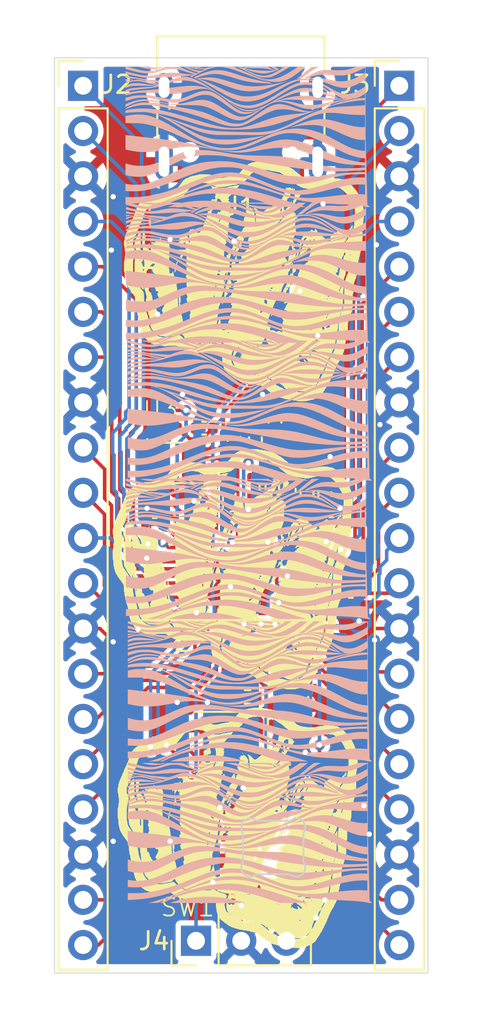
<source format=kicad_pcb>
(kicad_pcb (version 20241229) (generator "pcbnew") (generator_version "9.0")
  (layers (0 "F.Cu" signal) (2 "B.Cu" signal) (13 "F.Paste" user) (15 "B.Paste" user) (5 "F.SilkS" user "F.Silkscreen") (7 "B.SilkS" user "B.Silkscreen") (1 "F.Mask" user) (3 "B.Mask" user) (25 "Edge.Cuts" user))
  (net 0 "")
  (net 1 "GND")
  (net 2 "+3V3")
  (net 3 "+1V1")
  (net 4 "VBUS")
  (net 5 "XIN")
  (net 6 "Net-(C16-Pad2)")
  (net 7 "GPIO25")
  (net 8 "USB_D+")
  (net 9 "USB_D-")
  (net 10 "Net-(J1-CC2)")
  (net 11 "Net-(J1-CC1)")
  (net 12 "GPIO11")
  (net 13 "GPIO3")
  (net 14 "GPIO15")
  (net 15 "GPIO4")
  (net 16 "GPIO14")
  (net 17 "GPIO1")
  (net 18 "GPIO8")
  (net 19 "GPIO7")
  (net 20 "GPIO5")
  (net 21 "GPIO13")
  (net 22 "GPIO10")
  (net 23 "GPIO9")
  (net 24 "GPIO12")
  (net 25 "GPIO0")
  (net 26 "GPIO6")
  (net 27 "GPIO2")
  (net 28 "GPIO21")
  (net 29 "GPIO27_ADC1")
  (net 30 "GPIO18")
  (net 31 "GPIO28_ADC2")
  (net 32 "GPIO20")
  (net 33 "GPIO23")
  (net 34 "GPIO29_ADC3")
  (net 35 "GPIO24")
  (net 36 "GPIO19")
  (net 37 "GPIO26_ADC0")
  (net 38 "GPIO17")
  (net 39 "GPIO22")
  (net 40 "GPIO16")
  (net 41 "RUN")
  (net 42 "SWD")
  (net 43 "SWCLK")
  (net 44 "Net-(U1-USB_DP)")
  (net 45 "Net-(U1-USB_DM)")
  (net 46 "XOUT")
  (net 47 "Net-(R6-Pad1)")
  (net 48 "QSPI_SS")
  (net 49 "QSPI_SD2")
  (net 50 "QSPI_SD1")
  (net 51 "QSPI_SCLK")
  (net 52 "QSPI_SD0")
  (net 53 "QSPI_SD3")
  (footprint "Capacitor_SMD:C_0402_1005Metric" (layer "F.Cu") (at 115 102.5 -90)
    (property "Reference" "C10" (hide yes))
    (property "Value" "1uF")
  )
  (footprint "Capacitor_SMD:C_0402_1005Metric" (layer "F.Cu") (at 116.68 92.66)
    (property "Reference" "C3" (hide yes))
    (property "Value" "0.1uF")
  )
  (footprint "Resistor_SMD:R_0402_1005Metric" (layer "F.Cu") (at 112.26 90.59 -90)
    (property "Reference" "R3" (hide yes))
    (property "Value" "27")
  )
  (footprint "Capacitor_SMD:C_0402_1005Metric" (layer "F.Cu") (at 115.3 90.98 90)
    (property "Reference" "C4" (hide yes))
    (property "Value" "0.1uF")
  )
  (footprint "Crystal:Crystal_SMD_3225-4Pin_3.2x2.5mm" (layer "F.Cu") (at 111.045 104.94 180)
    (property "Reference" "Y1" (hide yes))
    (property "Value" "12 MHz")
  )
  (footprint "Connector_PinHeader_2.54mm:PinHeader_1x20_P2.54mm_Vertical" (layer "F.Cu") (at 120.49 68.07)
    (property "Reference" "J3")
    (property "Value" "Conn_01x20")
  )
  (footprint "Resistor_SMD:R_0402_1005Metric" (layer "F.Cu") (at 108.23 107.28 180)
    (property "Reference" "R6" (hide yes))
    (property "Value" "1K")
  )
  (footprint "Capacitor_SMD:C_0402_1005Metric" (layer "F.Cu") (at 111.2 87.9 90)
    (property "Reference" "C11" (hide yes))
    (property "Value" "0.1uF")
  )
  (footprint "Button_Switch_SMD:SW_Push_SPST_NO_Alps_SKRK" (layer "F.Cu") (at 107.6 110.7 90)
    (property "Reference" "SW1" (hide yes))
    (property "Value" "SW_Push")
  )
  (footprint "Pics:duhhh" (layer "F.Cu") (at 111.7346 79.0194)
    (property "Reference" "G***")
    (property "Value" "LOGO" (hide yes))
  )
  (footprint "Capacitor_SMD:C_0402_1005Metric" (layer "F.Cu") (at 113.5 86.88 90)
    (property "Reference" "C9" (hide yes))
    (property "Value" "0.1uF")
  )
  (footprint "Connector_PinHeader_2.54mm:PinHeader_1x20_P2.54mm_Vertical" (layer "F.Cu") (at 102.71 68.07)
    (property "Reference" "J2")
    (property "Value" "Conn_01x20")
  )
  (footprint "Pics:dddd" (layer "F.Cu") (at 112.119327 78.563444)
    (property "Reference" "G***" (hide yes))
    (property "Value" "LOGO" (hide yes))
  )
  (footprint "Capacitor_SMD:C_0402_1005Metric" (layer "F.Cu") (at 116.3 91 90)
    (property "Reference" "C1" (hide yes))
    (property "Value" "1uF")
  )
  (footprint "Package_TO_SOT_SMD:SOT-23" (layer "F.Cu") (at 109.02 78.0975 90)
    (property "Reference" "U4")
    (property "Value" "MCP1700x-330xxTT")
  )
  (footprint "Capacitor_SMD:C_0402_1005Metric" (layer "F.Cu") (at 112.4 87.92 90)
    (property "Reference" "C2" (hide yes))
    (property "Value" "0.1uF")
  )
  (footprint "Pics:dddd" (layer "F.Cu") (at 112.220927 102.083844)
    (property "Reference" "G***" (hide yes))
    (property "Value" "LOGO" (hide yes))
  )
  (footprint "Capacitor_SMD:C_0402_1005Metric" (layer "F.Cu") (at 106.13 97.71 180)
    (property "Reference" "C7" (hide yes))
    (property "Value" "0.1uF")
  )
  (footprint "Capacitor_SMD:C_0402_1005Metric" (layer "F.Cu") (at 106.74 92.7 180)
    (property "Reference" "C6" (hide yes))
    (property "Value" "0.1uF")
  )
  (footprint "Capacitor_SMD:C_0402_1005Metric" (layer "F.Cu") (at 113.67 105.29 90)
    (property "Reference" "C16" (hide yes))
    (property "Value" "33pF")
  )
  (footprint "Capacitor_SMD:C_0402_1005Metric" (layer "F.Cu") (at 117.76 97.18)
    (property "Reference" "C5" (hide yes))
    (property "Value" "0.1uF")
  )
  (footprint "Connector_PinHeader_2.54mm:PinHeader_1x03_P2.54mm_Vertical" (layer "F.Cu") (at 109.06 116.09 90)
    (property "Reference" "J4")
    (property "Value" "Conn_01x03")
  )
  (footprint "Capacitor_SMD:C_0402_1005Metric" (layer "F.Cu") (at 113.8 102.48 -90)
    (property "Reference" "C8" (hide yes))
    (property "Value" "0.1uF")
  )
  (footprint "Capacitor_SMD:C_0402_1005Metric" (layer "F.Cu") (at 114.3 90.81 90)
    (property "Reference" "C12" (hide yes))
    (property "Value" "0.1uF")
  )
  (footprint "Pics:dddd" (layer "F.Cu") (at 112.093927 70.943444)
    (property "Reference" "G***" (hide yes))
    (property "Value" "LOGO" (hide yes))
  )
  (footprint "Resistor_SMD:R_0402_1005Metric" (layer "F.Cu") (at 111.96 102.39)
    (property "Reference" "R5" (hide yes))
    (property "Value" "1K")
  )
  (footprint "Connector_USB:USB_C_Receptacle_HRO_TYPE-C-31-M-12" (layer "F.Cu") (at 111.58 69.2 180)
    (property "Reference" "J1")
    (property "Value" "USB_C_Receptacle_USB2.0_14P")
  )
  (footprint "Capacitor_SMD:C_0402_1005Metric" (layer "F.Cu") (at 109.52 87.3 180)
    (property "Reference" "C17" (hide yes))
    (property "Value" "0.1uF")
  )
  (footprint "Resistor_SMD:R_0402_1005Metric" (layer "F.Cu") (at 113.06 75.57 -90)
    (property "Reference" "R1" (hide yes))
    (property "Value" "5.1k")
  )
  (footprint "Resistor_SMD:R_0402_1005Metric" (layer "F.Cu") (at 113.35 90.585 -90)
    (property "Reference" "R4" (hide yes))
    (property "Value" "27")
  )
  (footprint "Pics:dddd" (layer "F.Cu") (at 112.220927 110.034044)
    (property "Reference" "G***" (hide yes))
    (property "Value" "LOGO" (hide yes))
  )
  (footprint "Capacitor_SMD:C_0603_1608Metric" (layer "F.Cu") (at 109 80.9 180)
    (property "Reference" "C14" (hide yes))
    (property "Value" "10uF")
  )
  (footprint "Pics:duhhh" (layer "F.Cu") (at 111.0996 95.1992)
    (property "Reference" "G***")
    (property "Value" "LOGO" (hide yes))
  )
  (footprint "Capacitor_SMD:C_0603_1608Metric" (layer "F.Cu") (at 108.115 75.34 180)
    (property "Reference" "C13" (hide yes))
    (property "Value" "10uF")
  )
  (footprint "Capacitor_SMD:C_0402_1005Metric" (layer "F.Cu") (at 108.4 104.62 -90)
    (property "Reference" "C15" (hide yes))
    (property "Value" "33pF")
  )
  (footprint "Pics:duhhh" (layer "F.Cu") (at 111.379 109.728)
    (property "Reference" "G***")
    (property "Value" "LOGO" (hide yes))
  )
  (footprint "Pics:dddd" (layer "F.Cu") (at 112.220927 86.310444)
    (property "Reference" "G***" (hide yes))
    (property "Value" "LOGO" (hide yes))
  )
  (footprint "Flash:Winbond_USON-8-1EP_3x2mm_P0.5mm_EP0.2x1.6mm" (layer "F.Cu") (at 108.367102 89.25)
    (property "Reference" "U3" (hide yes))
    (property "Value" "W25Q16JVZPIQ TR")
  )
  (footprint "Pics:dddd" (layer "F.Cu") (at 112.119327 94.082844)
    (property "Reference" "G***" (hide yes))
    (property "Value" "LOGO" (hide yes))
  )
  (footprint "Resistor_SMD:R_0402_1005Metric" (layer "F.Cu") (at 110.19 75.56 -90)
    (property "Reference" "R2" (hide yes))
    (property "Value" "5.1k")
  )
  (footprint "Resistor_SMD:R_0402_1005Metric" (layer "F.Cu") (at 107.48 87.31)
    (property "Reference" "R7" (hide yes))
    (property "Value" "10K")
  )
  (footprint "Package_DFN_QFN:QFN-56-1EP_7x7mm_P0.4mm_EP3.2x3.2mm" (layer "F.Cu") (at 111.6 96.2)
    (property "Reference" "U1" (hide yes))
    (property "Value" "RP2040")
  )
  (footprint "Flash:MX_SK6812MINI-E" (layer "B.Cu") (at 113.4 115.929999)
    (property "Reference" "D1" (hide yes))
    (property "Value" "SK6812MINI")
    (fp_line (start -1.699999 -5.782841) (end -1.699999 -4.377157) (stroke (width 0.1)) (layer "Edge.Cuts"))
    (fp_line (start -0.794452 -3.58) (end 0.794453 -3.58) (stroke (width 0.1)) (layer "Edge.Cuts"))
    (fp_line (start 0.794452 -6.579999) (end -0.794452 -6.579999) (stroke (width 0.1)) (layer "Edge.Cuts"))
    (fp_line (start 1.699999 -4.377157) (end 1.699999 -5.782841) (stroke (width 0.1)) (layer "Edge.Cuts"))
    (fp_arc (start -1.749484 -5.999719) (mid -1.712527 -5.894067) (end -1.699999 -5.782842) (stroke (width 0.1)) (layer "Edge.Cuts"))
    (fp_arc (start -1.749484 -5.999719) (mid -1.63807 -6.584033) (end -1.046711 -6.648296) (stroke (width 0.1)) (layer "Edge.Cuts"))
    (fp_arc (start -1.699999 -4.377157) (mid -1.712527 -4.265931) (end -1.749484 -4.160279) (stroke (width 0.1)) (layer "Edge.Cuts"))
    (fp_arc (start -1.046711 -3.5117) (mid -1.638071 -3.575964) (end -1.749484 -4.160279) (stroke (width 0.1)) (layer "Edge.Cuts"))
    (fp_arc (start -1.046711 -3.5117) (mid -0.925123 -3.562623) (end -0.794453 -3.579999) (stroke (width 0.1)) (layer "Edge.Cuts"))
    (fp_arc (start -0.794452 -6.579999) (mid -0.925122 -6.597376) (end -1.04671 -6.648298) (stroke (width 0.1)) (layer "Edge.Cuts"))
    (fp_arc (start 0.794453 -3.58) (mid 0.925123 -3.562623) (end 1.046711 -3.511701) (stroke (width 0.1)) (layer "Edge.Cuts"))
    (fp_arc (start 1.046711 -6.648298) (mid 0.925123 -6.597375) (end 0.794452 -6.579999) (stroke (width 0.1)) (layer "Edge.Cuts"))
    (fp_arc (start 1.046711 -6.648298) (mid 1.638071 -6.584033) (end 1.749484 -5.999718) (stroke (width 0.1)) (layer "Edge.Cuts"))
    (fp_arc (start 1.699999 -5.782841) (mid 1.712527 -5.894067) (end 1.749484 -5.999719) (stroke (width 0.1)) (layer "Edge.Cuts"))
    (fp_arc (start 1.749484 -4.160279) (mid 1.63807 -3.575965) (end 1.046711 -3.511701) (stroke (width 0.1)) (layer "Edge.Cuts"))
    (fp_arc (start 1.749484 -4.160279) (mid 1.712527 -4.265931) (end 1.699999 -4.377156) (stroke (width 0.1)) (layer "Edge.Cuts"))
  )
  (gr_rect (start 101.1 66.5) (end 122.1 117.9) (stroke (width 0.05)) (fill no) (layer "Edge.Cuts"))
  (gr_text "SW1" (at 107 114.8 0) (layer "F.SilkS") (effects (font (size 1 1) (thickness 0.1)) (justify left bottom)))
  (gr_text "Y1" (at 109.8 107.9 0) (layer "F.SilkS") (effects (font (size 1 1) (thickness 0.1)) (justify left bottom)))
  (gr_text "U1" (at 109.7 92.1 0) (layer "F.SilkS") (effects (font (size 1 1) (thickness 0.1)) (justify left bottom)))
  (gr_text "U3" (at 106 86.9 0) (layer "F.SilkS") (effects (font (size 1 1) (thickness 0.1)) (justify left bottom)))
  (segment (start 106.942102 90) (end 108.342102 91.4) (width 0.2) (layer "F.Cu") (net 1))
  (segment (start 108.45 104.09) (end 108.4 104.14) (width 0.2) (layer "F.Cu") (net 1))
  (segment (start 109.7 86.64) (end 109.04 87.3) (width 0.2) (layer "F.Cu") (net 1))
  (segment (start 105.65 98.45) (end 105.8 98.6) (width 0.2) (layer "F.Cu") (net 1))
  (segment (start 110.47 76.07) (end 111.2 76.8) (width 0.2) (layer "F.Cu") (net 1))
  (segment (start 108.3 85.4) (end 108.626711 85.4) (width 0.2) (layer "F.Cu") (net 1))
  (segment (start 112.8 85.7) (end 113.5 86.4) (width 0.2) (layer "F.Cu") (net 1))
  (segment (start 102.71 73.15) (end 103.86 74.3) (width 0.2) (layer "F.Cu") (net 1))
  (segment (start 110.6 99.6375) (end 110.6 101.73256) (width 0.2) (layer "F.Cu") (net 1))
  (segment (start 113.8 102.96) (end 114.15 102.96) (width 0.2) (layer "F.Cu") (net 1))
  (segment (start 114.83 74.73) (end 114.83 73.245) (width 0.2) (layer "F.Cu") (net 1))
  (segment (start 116.2 74.7) (end 115.8 75.1) (width 0.2) (layer "F.Cu") (net 1))
  (segment (start 118.24 98.11147) (end 118.24 97.18) (width 0.2) (layer "F.Cu") (net 1))
  (segment (start 114.89 103.7) (end 114.89 105.19) (width 0.2) (layer "F.Cu") (net 1))
  (segment (start 109.7 102.63256) (end 110.6 101.73256) (width 0.2) (layer "F.Cu") (net 1))
  (segment (start 102.71 98.55) (end 103.65 98.55) (width 0.2) (layer "F.Cu") (net 1))
  (segment (start 109.7 103.845) (end 109.945 104.09) (width 0.2) (layer "F.Cu") (net 1))
  (segment (start 112.145 105.79) (end 113.65 105.79) (width 0.2) (layer "F.Cu") (net 1))
  (segment (start 103.86 74.3) (end 104.4 74.3) (width 0.2) (layer "F.Cu") (net 1))
  (segment (start 115.8 75.1) (end 115.2 75.1) (width 0.2) (layer "F.Cu") (net 1))
  (segment (start 119.4 86.901) (end 120.451 85.85) (width 0.2) (layer "F.Cu") (net 1))
  (segment (start 106.26 91.84) (end 106.3 91.8) (width 0.2) (layer "F.Cu") (net 1))
  (segment (start 103.65 98.55) (end 104.4 99.3) (width 0.2) (layer "F.Cu") (net 1))
  (segment (start 117.156036 92.656036) (end 117.16 92.66) (width 0.2) (layer "F.Cu") (net 1))
  (segment (start 108.626711 85.4) (end 109.7 86.473289) (width 0.2) (layer "F.Cu") (net 1))
  (segment (start 113.65 105.79) (end 113.67 105.77) (width 0.2) (layer "F.Cu") (net 1))
  (segment (start 114.89 105.19) (end 115.2 105.5) (width 0.2) (layer "F.Cu") (net 1))
  (segment (start 119.4 87.1) (end 119.4 86.901) (width 0.2) (layer "F.Cu") (net 1))
  (segment (start 105.65 97.71) (end 105.65 98.45) (width 0.2) (layer "F.Cu") (net 1))
  (segment (start 118.225735 98.125735) (end 118.65 98.55) (width 0.2) (layer "F.Cu") (net 1))
  (segment (start 118.225735 98.125735) (end 118.24 98.11147) (width 0.2) (layer "F.Cu") (net 1))
  (segment (start 109.945 104.09) (end 108.45 104.09) (width 0.2) (layer "F.Cu") (net 1))
  (segment (start 120.451 85.85) (end 120.49 85.85) (width 0.2) (layer "F.Cu") (net 1))
  (segment (start 109.57 104.465) (end 109.945 104.09) (width 0.2) (layer "F.Cu") (net 1))
  (segment (start 110.19 76.07) (end 110.47 76.07) (width 0.2) (layer "F.Cu") (net 1))
  (segment (start 115.2 75.1) (end 114.83 74.73) (width 0.2) (layer "F.Cu") (net 1))
  (segment (start 117.156036 91.8) (end 117.156036 92.656036) (width 0.2) (layer "F.Cu") (net 1))
  (segment (start 111.6 116.09) (end 111.6 114.1) (width 0.2) (layer "F.Cu") (net 1))
  (segment (start 109.7 102.7) (end 109.7 103.845) (width 0.2) (layer "F.Cu") (net 1))
  (segment (start 118.65 98.55) (end 120.49 98.55) (width 0.2) (layer "F.Cu") (net 1))
  (segment (start 108.342102 91.4) (end 108.951472 91.4) (width 0.2) (layer "F.Cu") (net 1))
  (segment (start 115 102.98) (end 115 103.59) (width 0.2) (layer "F.Cu") (net 1))
  (segment (start 106.26 92.7) (end 106.26 91.84) (width 0.2) (layer "F.Cu") (net 1))
  (segment (start 109.7 86.473289) (end 109.7 86.64) (width 0.2) (layer "F.Cu") (net 1))
  (segment (start 114.15 102.96) (end 114.89 103.7) (width 0.2) (layer "F.Cu") (net 1))
  (segment (start 117.16 91.803964) (end 117.156036 91.8) (width 0.2) (layer "F.Cu") (net 1))
  (segment (start 108 102.7) (end 109.7 102.7) (width 0.2) (layer "F.Cu") (net 1))
  (segment (start 109.7 102.7) (end 109.7 102.63256) (width 0.2) (layer "F.Cu") (net 1))
  (segment (start 115 103.59) (end 114.89 103.7) (width 0.2) (layer "F.Cu") (net 1))
  (segment (start 112.8 85.4) (end 112.8 85.7) (width 0.2) (layer "F.Cu") (net 1))
  (via (at 115.9 82.1) (size 0.6) (drill 0.3) (layers "F.Cu" "B.Cu") (net 1))
  (via (at 112.8 85.4) (size 0.6) (drill 0.3) (layers "F.Cu" "B.Cu") (net 1))
  (via (at 117.156036 91.8) (size 0.6) (drill 0.3) (layers "F.Cu" "B.Cu") (net 1))
  (via (at 118.5 108.5) (size 0.6) (drill 0.3) (layers "F.Cu" "B.Cu") (net 1))
  (via (at 106.3 91.8) (size 0.6) (drill 0.3) (layers "F.Cu" "B.Cu") (net 1))
  (via (at 115.8 114.8) (size 0.6) (drill 0.3) (layers "F.Cu" "B.Cu") (net 1))
  (via (at 116.2 74.7) (size 0.6) (drill 0.3) (layers "F.Cu" "B.Cu") (net 1))
  (via (at 116.3 113.8) (size 0.6) (drill 0.3) (layers "F.Cu" "B.Cu") (net 1))
  (via (at 105.8 98.6) (size 0.6) (drill 0.3) (layers "F.Cu" "B.Cu") (net 1))
  (via (at 104.4 110.5) (size 0.6) (drill 0.3) (layers "F.Cu" "B.Cu") (net 1))
  (via (at 107.6 76.7) (size 0.6) (drill 0.3) (layers "F.Cu" "B.Cu") (net 1))
  (via (at 119.4 87.1) (size 0.6) (drill 0.3) (layers "F.Cu" "B.Cu") (net 1))
  (via (at 111.7 107.5) (size 0.6) (drill 0.3) (layers "F.Cu" "B.Cu") (net 1))
  (via (at 104.4 99.3) (size 0.6) (drill 0.3) (layers "F.Cu" "B.Cu") (net 1))
  (via (at 104.4 74.3) (size 0.6) (drill 0.3) (layers "F.Cu" "B.Cu") (net 1))
  (via (at 119.2 77) (size 0.6) (drill 0.3) (layers "F.Cu" "B.Cu") (net 1))
  (via (at 110.4 108.6) (size 0.6) (drill 0.3) (layers "F.Cu" "B.Cu") (net 1))
  (via (at 108.951472 91.4) (size 0.6) (drill 0.3) (layers "F.Cu" "B.Cu") (net 1))
  (via (at 108.3 85.4) (size 0.6) (drill 0.3) (layers "F.Cu" "B.Cu") (net 1))
  (via (at 106.9 80.9) (size 0.6) (drill 0.3) (layers "F.Cu" "B.Cu") (net 1))
  (via (at 118.8 110.1) (size 0.6) (drill 0.3) (layers "F.Cu" "B.Cu") (net 1))
  (via (at 108 102.7) (size 0.6) (drill 0.3) (layers "F.Cu" "B.Cu") (net 1))
  (via (at 107.6 110.5) (size 0.6) (drill 0.3) (layers "F.Cu" "B.Cu") (net 1))
  (via (at 111 96.2) (size 0.6) (drill 0.3) (layers "F.Cu" "B.Cu") (net 1))
  (via (at 104.3 77.3) (size 0.6) (drill 0.3) (layers "F.Cu" "B.Cu") (net 1))
  (via (at 119.1 99.2) (size 0.6) (drill 0.3) (layers "F.Cu" "B.Cu") (net 1))
  (via (at 110 112.8) (size 0.6) (drill 0.3) (layers "F.Cu" "B.Cu") (net 1))
  (via (at 115.2 105.5) (size 0.6) (drill 0.3) (layers "F.Cu" "B.Cu") (net 1))
  (via (at 116.6 88.9) (size 0.6) (drill 0.3) (layers "F.Cu" "B.Cu") (net 1))
  (via (at 118.225735 98.125735) (size 0.6) (drill 0.3) (layers "F.Cu" "B.Cu") (net 1))
  (via (at 109.7 102.7) (size 0.6) (drill 0.3) (layers "F.Cu" "B.Cu") (net 1))
  (via (at 111.6 114.1) (size 0.6) (drill 0.3) (layers "F.Cu" "B.Cu") (net 1))
  (via (at 111.2 76.8) (size 0.6) (drill 0.3) (layers "F.Cu" "B.Cu") (net 1))
  (segment (start 115.8 82.3) (end 115.8 82.2) (width 0.2) (layer "B.Cu") (net 1))
  (segment (start 104.4 110.5) (end 107.6 110.5) (width 0.2) (layer "B.Cu") (net 1))
  (segment (start 115.8 112.2) (end 115.8 114.8) (width 0.2) (layer "B.Cu") (net 1))
  (segment (start 115.779 93.177036) (end 117.156036 91.8) (width 0.2) (layer "B.Cu") (net 1))
  (segment (start 111 99.335441) (end 111 96.2) (width 0.2) (layer "B.Cu") (net 1))
  (segment (start 116.3 112.6) (end 116.3 113.8) (width 0.2) (layer "B.Cu") (net 1))
  (segment (start 110 112.6) (end 110.1 112.5) (width 0.2) (layer "B.Cu") (net 1))
  (segment (start 109.7 102.7) (end 109.7 105.5) (width 0.2) (layer "B.Cu") (net 1))
  (segment (start 108 102.7) (end 108 102.335441) (width 0.2) (layer "B.Cu") (net 1))
  (segment (start 110.1 108.9) (end 110.4 108.6) (width 0.2) (layer "B.Cu") (net 1))
  (segment (start 120.49 98.55) (end 120.49 98.79) (width 0.2) (layer "B.Cu") (net 1))
  (segment (start 120.49 98.55) (end 120.49 98.31) (width 0.2) (layer "B.Cu") (net 1))
  (segment (start 115.8 82.2) (end 115.9 82.1) (width 0.2) (layer "B.Cu") (net 1))
  (segment (start 116.6 88.9) (end 117.16 89.46) (width 0.2) (layer "B.Cu") (net 1))
  (segment (start 120.49 98.55) (end 120.55 98.55) (width 0.2) (layer "B.Cu") (net 1))
  (segment (start 117.16 89.46) (end 117.16 91.796036) (width 0.2) (layer "B.Cu") (net 1))
  (segment (start 118.8 110.1) (end 116.3 112.6) (width 0.2) (layer "B.Cu") (net 1))
  (segment (start 115.779 95.679) (end 115.779 93.177036) (width 0.2) (layer "B.Cu") (net 1))
  (segment (start 117 107.3) (end 117 111) (width 0.2) (layer "B.Cu") (net 1))
  (segment (start 120.49 98.51) (end 121 98) (width 0.2) (layer "B.Cu") (net 1))
  (segment (start 110.1 112.5) (end 110.1 108.9) (width 0.2) (layer "B.Cu") (net 1))
  (segment (start 109.7 105.5) (end 111.7 107.5) (width 0.2) (layer "B.Cu") (net 1))
  (segment (start 115.8 82.4) (end 115.8 82.3) (width 0.2) (layer "B.Cu") (net 1))
  (segment (start 110 112.8) (end 110 112.6) (width 0.2) (layer "B.Cu") (net 1))
  (segment (start 108 102.335441) (end 111 99.335441) (width 0.2) (layer "B.Cu") (net 1))
  (segment (start 118.225735 98.125735) (end 115.779 95.679) (width 0.2) (layer "B.Cu") (net 1))
  (segment (start 117 111) (end 115.8 112.2) (width 0.2) (layer "B.Cu") (net 1))
  (segment (start 117.16 91.796036) (end 117.156036 91.8) (width 0.2) (layer "B.Cu") (net 1))
  (segment (start 115.2 105.5) (end 117 107.3) (width 0.2) (layer "B.Cu") (net 1))
  (segment (start 112.8 85.4) (end 115.8 82.4) (width 0.2) (layer "B.Cu") (net 1))
  (segment (start 110.589 88.2) (end 110.589 86.411) (width 0.2) (layer "F.Cu") (net 2))
  (segment (start 109.699 97.422577) (end 109.276423 97) (width 0.2) (layer "F.Cu") (net 2))
  (segment (start 108.1625 97.2) (end 107.12 97.2) (width 0.2) (layer "F.Cu") (net 2))
  (segment (start 108.50245 87.7) (end 108.4 87.7) (width 0.2) (layer "F.Cu") (net 2))
  (segment (start 116.58 91.2) (end 116.3 91.48) (width 0.2) (layer "F.Cu") (net 2))
  (segment (start 108.4 87.7) (end 108.01 87.31) (width 0.2) (layer "F.Cu") (net 2))
  (segment (start 112.2 92.7625) (end 112.2 93.297774) (width 0.2) (layer "F.Cu") (net 2))
  (segment (start 117.9 90.9) (end 117.6 91.2) (width 0.2) (layer "F.Cu") (net 2))
  (segment (start 111.8 100.67) (end 113.13 102) (width 0.2) (layer "F.Cu") (net 2))
  (segment (start 109.276423 97) (end 108.9 97) (width 0.2) (layer "F.Cu") (net 2))
  (segment (start 109.97 80.81) (end 109.85 80.93) (width 0.2) (layer "F.Cu") (net 2))
  (segment (start 108.9 94.7) (end 109.6 94) (width 0.2) (layer "F.Cu") (net 2))
  (segment (start 110.289 88.5) (end 110.589 88.2) (width 0.2) (layer "F.Cu") (net 2))
  (segment (start 115.0375 93.6) (end 115.26 93.6) (width 0.2) (layer "F.Cu") (net 2))
  (segment (start 115.26 93.6) (end 116.2 92.66) (width 0.2) (layer "F.Cu") (net 2))
  (segment (start 115.3 91.6625) (end 114.2 92.7625) (width 0.2) (layer "F.Cu") (net 2))
  (segment (start 107.12 97.2) (end 106.61 97.71) (width 0.2) (layer "F.Cu") (net 2))
  (segment (start 113.894 87.36) (end 113.5 87.36) (width 0.2) (layer "F.Cu") (net 2))
  (segment (start 117.6 91.2) (end 116.58 91.2) (width 0.2) (layer "F.Cu") (net 2))
  (segment (start 112.2 92.7625) (end 112.2 92.069852) (width 0.2) (layer "F.Cu") (net 2))
  (segment (start 112.5 83.6) (end 114.474 85.574) (width 0.2) (layer "F.Cu") (net 2))
  (segment (start 113.599 95.999) (end 114.3 96.7) (width 0.2) (layer "F.Cu") (net 2))
  (segment (start 120.49 78.23) (end 118.4 80.32) (width 0.2) (layer "F.Cu") (net 2))
  (segment (start 111.8 92.069852) (end 112 91.869852) (width 0.2) (layer "F.Cu") (net 2))
  (segment (start 112.2 93.297774) (end 112.402226 93.5) (width 0.2) (layer "F.Cu") (net 2))
  (segment (start 111.601 94.299) (end 109.899 94.299) (width 0.2) (layer "F.Cu") (net 2))
  (segment (start 108.7 97.2) (end 108.9 97) (width 0.2) (layer "F.Cu") (net 2))
  (segment (start 114.3 97) (end 114.5 97.2) (width 0.2) (layer "F.Cu") (net 2))
  (segment (start 110.589 86.411) (end 112.5 84.5) (width 0.2) (layer "F.Cu") (net 2))
  (segment (start 115.3 91.46) (end 115.3 91.6625) (width 0.2) (layer "F.Cu") (net 2))
  (segment (start 112.402226 93.5) (end 112.402226 93.902226) (width 0.2) (layer "F.Cu") (net 2))
  (segment (start 109.97 79.035) (end 109.97 80.81) (width 0.2) (layer "F.Cu") (net 2))
  (segment (start 109.85 80.93) (end 109.85 80.95) (width 0.2) (layer "F.Cu") (net 2))
  (segment (start 108.9 97) (end 108.9 94.7) (width 0.2) (layer "F.Cu") (net 2))
  (segment (start 109.2 93.6) (end 108.1625 93.6) (width 0.2) (layer "F.Cu") (net 2))
  (segment (start 112.2 92.7625) (end 111.8 92.7625) (width 0.2) (layer "F.Cu") (net 2))
  (segment (start 112 88.8) (end 112.4 88.4) (width 0.2) (layer "F.Cu") (net 2))
  (segment (start 113.497 94.299) (end 113.599 94.401) (width 0.2) (layer "F.Cu") (net 2))
  (segment (start 112 89.25) (end 112 88.8) (width 0.2) (layer "F.Cu") (net 2))
  (segment (start 117.26 97.2) (end 117.28 97.18) (width 0.2) (layer "F.Cu") (net 2))
  (segment (start 116.3 91.48) (end 115.32 91.48) (width 0.2) (layer "F.Cu") (net 2))
  (segment (start 109.899 94.299) (end 109.6 94) (width 0.2) (layer "F.Cu") (net 2))
  (segment (start 118.4 83.9229) (end 117.899 84.4239) (width 0.2) (layer "F.Cu") (net 2))
  (segment (start 111.8 99.6375) (end 111.8 99.1) (width 0.2) (layer "F.Cu") (net 2))
  (segment (start 112.2 92.069852) (end 112 91.869852) (width 0.2) (layer "F.Cu") (net 2))
  (segment (start 109.85 80.95) (end 112.5 83.6) (width 0.2) (layer "F.Cu") (net 2))
  (segment (start 108.1625 93.6) (end 107.92 93.6) (width 0.2) (layer "F.Cu") (net 2))
  (segment (start 111.8 99.1) (end 111.6 98.9) (width 0.2) (layer "F.Cu") (net 2))
  (segment (start 112.5 84.5) (end 112.5 83.6) (width 0.2) (layer "F.Cu") (net 2))
  (segment (start 109.6 94) (end 109.2 93.6) (width 0.2) (layer "F.Cu") (net 2))
  (segment (start 110 87.3) (end 109.6 87.7) (width 0.2) (layer "F.Cu") (net 2))
  (segment (start 114.5 97.2) (end 115.0375 97.2) (width 0.2) (layer "F.Cu") (net 2))
  (segment (start 110 87.3) (end 110 88.292102) (width 0.2) (layer "F.Cu") (net 2))
  (segment (start 117.9 90.8) (end 117.9 90.9) (width 0.2) (layer "F.Cu") (net 2))
  (segment (start 108.01 87.31) (end 107.99 87.31) (width 0.2) (layer "F.Cu") (net 2))
  (segment (start 113.44 87.36) (end 112.4 88.4) (width 0.2) (layer "F.Cu") (net 2))
  (segment (start 115.0375 97.2) (end 117.26 97.2) (width 0.2) (layer "F.Cu") (net 2))
  (segment (start 109.699 98.699) (end 109.699 97.422577) (width 0.2) (layer "F.Cu") (net 2))
  (segment (start 110 88.292102) (end 109.792102 88.5) (width 0.2) (layer "F.Cu") (net 2))
  (segment (start 116.2 91.58) (end 116.3 91.48) (width 0.2) (layer "F.Cu") (net 2))
  (segment (start 108.71345 87.911) (end 108.50245 87.7) (width 0.2) (layer "F.Cu") (net 2))
  (segment (start 109.792102 88.5) (end 110.289 88.5) (width 0.2) (layer "F.Cu") (net 2))
  (segment (start 109.9 98.9) (end 109.699 98.699) (width 0.2) (layer "F.Cu") (net 2))
  (segment (start 112.402226 93.902226) (end 112.799 94.299) (width 0.2) (layer "F.Cu") (net 2))
  (segment (start 108.12 93.6) (end 107.22 92.7) (width 0.2) (layer "F.Cu") (net 2))
  (segment (start 111.8 94.1) (end 111.601 94.299) (width 0.2) (layer "F.Cu") (net 2))
  (segment (start 114.4 93.6) (end 115.0375 93.6) (width 0.2) (layer "F.Cu") (net 2))
  (segment (start 111.8 92.7625) (end 111.8 94.1) (width 0.2) (layer "F.Cu") (net 2))
  (segment (start 114.3 96.7) (end 114.3 97) (width 0.2) (layer "F.Cu") (net 2))
  (segment (start 113.599 94.401) (end 114.4 93.6) (width 0.2) (layer "F.Cu") (net 2))
  (segment (start 112.799 94.299) (end 113.497 94.299) (width 0.2) (layer "F.Cu") (net 2))
  (segment (start 113.13 102) (end 113.8 102) (width 0.2) (layer "F.Cu") (net 2))
  (segment (start 115.32 91.48) (end 115.3 91.46) (width 0.2) (layer "F.Cu") (net 2))
  (segment (start 114.474 86.78) (end 113.894 87.36) (width 0.2) (layer "F.Cu") (net 2))
  (segment (start 111.8 92.7625) (end 111.8 92.069852) (width 0.2) (layer "F.Cu") (net 2))
  (segment (start 113.599 94.5) (end 113.599 95.999) (width 0.2) (layer "F.Cu") (net 2))
  (segment (start 109.57755 87.7) (end 109.36655 87.911) (width 0.2) (layer "F.Cu") (net 2))
  (segment (start 111.8 99.6375) (end 111.8 100.67) (width 0.2) (layer "F.Cu") (net 2))
  (segment (start 108.1625 93.6) (end 108.12 93.6) (width 0.2) (layer "F.Cu") (net 2))
  (segment (start 114.2 92.7625) (end 113.8 92.7625) (width 0.2) (layer "F.Cu") (net 2))
  (segment (start 111.6 98.9) (end 109.9 98.9) (width 0.2) (layer "F.Cu") (net 2))
  (segment (start 116.2 92.66) (end 116.2 91.58) (width 0.2) (layer "F.Cu") (net 2))
  (segment (start 109.6 87.7) (end 109.57755 87.7) (width 0.2) (layer "F.Cu") (net 2))
  (segment (start 113.599 94.5) (end 113.599 94.401) (width 0.2) (layer "F.Cu") (net 2))
  (segment (start 117.899 84.4239) (end 117.899 90.799) (width 0.2) (layer "F.Cu") (net 2))
  (segment (start 118.4 80.32) (end 118.4 83.9229) (width 0.2) (layer "F.Cu") (net 2))
  (segment (start 114.474 85.574) (end 114.474 86.78) (width 0.2) (layer "F.Cu") (net 2))
  (segment (start 109.395 80.93) (end 109.85 80.93) (width 0.2) (layer "F.Cu") (net 2))
  (segment (start 117.899 90.799) (end 117.9 90.8) (width 0.2) (layer "F.Cu") (net 2))
  (segment (start 109.36655 87.911) (end 108.71345 87.911) (width 0.2) (layer "F.Cu") (net 2))
  (segment (start 108.1625 97.2) (end 108.7 97.2) (width 0.2) (layer "F.Cu") (net 2))
  (segment (start 113.5 87.36) (end 113.44 87.36) (width 0.2) (layer "F.Cu") (net 2))
  (via (at 112 91.869852) (size 0.6) (drill 0.3) (layers "F.Cu" "B.Cu") (net 2))
  (via (at 112 89.25) (size 0.6) (drill 0.3) (layers "F.Cu" "B.Cu") (net 2))
  (segment (start 111.74 89.51) (end 112 89.25) (width 0.2) (layer "B.Cu") (net 2))
  (segment (start 111.74 91.609852) (end 111.74 89.51) (width 0.2) (layer "B.Cu") (net 2))
  (segment (start 112 91.869852) (end 111.74 91.609852) (width 0.2) (layer "B.Cu") (net 2))
  (segment (start 113.4 92.7625) (end 113.4 93.399214) (width 0.2) (layer "F.Cu") (net 3))
  (segment (start 111.654011 98.2) (end 111.6 98.2) (width 0.2) (layer "F.Cu") (net 3))
  (segment (start 111.4 89.4) (end 111.4 92.7625) (width 0.2) (layer "F.Cu") (net 3))
  (segment (start 113.3 101.4) (end 114.38 101.4) (width 0.2) (layer "F.Cu") (net 3))
  (segment (start 112.2 98.7) (end 112.2 99.6375) (width 0.2) (layer "F.Cu") (net 3))
  (segment (start 111.4 92.7625) (end 111.4 93.399) (width 0.2) (layer "F.Cu") (net 3))
  (segment (start 113.4 93.399214) (end 113.101376 93.697838) (width 0.2) (layer "F.Cu") (net 3))
  (segment (start 114.38 101.4) (end 115 102.02) (width 0.2) (layer "F.Cu") (net 3))
  (segment (start 112.2 99.6375) (end 112.2 100.3) (width 0.2) (layer "F.Cu") (net 3))
  (segment (start 111.2 89.2) (end 111.4 89.4) (width 0.2) (layer "F.Cu") (net 3))
  (segment (start 113.4 92.19) (end 114.3 91.29) (width 0.2) (layer "F.Cu") (net 3))
  (segment (start 112.2 100.3) (end 113.3 101.4) (width 0.2) (layer "F.Cu") (net 3))
  (segment (start 113.4 92.7625) (end 113.4 92.19) (width 0.2) (layer "F.Cu") (net 3))
  (segment (start 111.754011 98.3) (end 111.654011 98.2) (width 0.2) (layer "F.Cu") (net 3))
  (segment (start 111.4 93.399) (end 111.1 93.699) (width 0.2) (layer "F.Cu") (net 3))
  (segment (start 111.754011 98.3) (end 111.8 98.3) (width 0.2) (layer "F.Cu") (net 3))
  (segment (start 111.8 98.3) (end 112.2 98.7) (width 0.2) (layer "F.Cu") (net 3))
  (segment (start 111.2 88.38) (end 111.2 89.2) (width 0.2) (layer "F.Cu") (net 3))
  (via (at 111.754011 98.3) (size 0.6) (drill 0.3) (layers "F.Cu" "B.Cu") (net 3))
  (via (at 111.1 93.699) (size 0.6) (drill 0.3) (layers "F.Cu" "B.Cu") (net 3))
  (via (at 113.101376 93.697838) (size 0.6) (drill 0.3) (layers "F.Cu" "B.Cu") (net 3))
  (segment (start 111.754011 98.3) (end 111.6 98.145989) (width 0.2) (layer "B.Cu") (net 3))
  (segment (start 111.6 98.145989) (end 111.6 94.199) (width 0.2) (layer "B.Cu") (net 3))
  (segment (start 111.6 94.199) (end 111.1 93.699) (width 0.2) (layer "B.Cu") (net 3))
  (segment (start 111.101162 93.697838) (end 111.1 93.699) (width 0.2) (layer "B.Cu") (net 3))
  (segment (start 113.101376 93.697838) (end 111.101162 93.697838) (width 0.2) (layer "B.Cu") (net 3))
  (segment (start 109.13 75.1) (end 109.13 73.245) (width 0.2) (layer "F.Cu") (net 4))
  (segment (start 109.02 75.47) (end 108.89 75.34) (width 0.2) (layer "F.Cu") (net 4))
  (segment (start 109.8 109.1125) (end 110.7875 110.1) (width 0.2) (layer "F.Cu") (net 4))
  (segment (start 109.13 73.245) (end 109.13 72.32) (width 0.2) (layer "F.Cu") (net 4))
  (segment (start 107.4 105.1) (end 108.959 106.659) (width 0.2) (layer "F.Cu") (net 4))
  (segment (start 109.259 106.659) (end 109.8 107.2) (width 0.2) (layer "F.Cu") (net 4))
  (segment (start 108.89 75.34) (end 108.435 75.34) (width 0.2) (layer "F.Cu") (net 4))
  (segment (start 113.528 71.772) (end 114.321 70.979) (width 0.2) (layer "F.Cu") (net 4))
  (segment (start 108.89 75.34) (end 109.13 75.1) (width 0.2) (layer "F.Cu") (net 4))
  (segment (start 109.8 107.2) (end 109.8 109.1125) (width 0.2) (layer "F.Cu") (net 4))
  (segment (start 113.528 71.818) (end 113.528 71.772) (width 0.2) (layer "F.Cu") (net 4))
  (segment (start 109.632 71.818) (end 113.528 71.818) (width 0.2) (layer "F.Cu") (net 4))
  (segment (start 114.03 74.83) (end 114.9 75.7) (width 0.2) (layer "F.Cu") (net 4))
  (segment (start 114.9 75.7) (end 114.9 79.6) (width 0.2) (layer "F.Cu") (net 4))
  (segment (start 114.03 72.32) (end 114.03 73.245) (width 0.2) (layer "F.Cu") (net 4))
  (segment (start 109.02 77.16) (end 109.02 75.47) (width 0.2) (layer "F.Cu") (net 4))
  (segment (start 113.528 71.818) (end 114.03 72.32) (width 0.2) (layer "F.Cu") (net 4))
  (segment (start 117.581 70.979) (end 120.49 68.07) (width 0.2) (layer "F.Cu") (net 4))
  (segment (start 114.03 73.245) (end 114.03 74.83) (width 0.2) (layer "F.Cu") (net 4))
  (segment (start 109.13 72.32) (end 109.632 71.818) (width 0.2) (layer "F.Cu") (net 4))
  (segment (start 108.959 106.659) (end 109.259 106.659) (width 0.2) (layer "F.Cu") (net 4))
  (segment (start 114.321 70.979) (end 117.581 70.979) (width 0.2) (layer "F.Cu") (net 4))
  (via (at 114.9 79.6) (size 0.6) (drill 0.3) (layers "F.Cu" "B.Cu") (net 4))
  (via (at 107.4 105.1) (size 0.6) (drill 0.3) (layers "F.Cu" "B.Cu") (net 4))
  (segment (start 114.9 79.6) (end 114.9 81.7) (width 0.2) (layer "B.Cu") (net 4))
  (segment (start 110.087909 97.270866) (end 110.087909 98.074472) (width 0.2) (layer "B.Cu") (net 4))
  (segment (start 110 88.599) (end 110.001 88.6) (width 0.2) (layer "B.Cu") (net 4))
  (segment (start 106.924971 104.775028) (end 107.249942 105.1) (width 0.2) (layer "B.Cu") (net 4))
  (segment (start 106.924971 101.23741) (end 106.924971 104.775028) (width 0.2) (layer "B.Cu") (net 4))
  (segment (start 110.001 97.183957) (end 110.087909 97.270866) (width 0.2) (layer "B.Cu") (net 4))
  (segment (start 114.9 81.7) (end 110.6 86) (width 0.2) (layer "B.Cu") (net 4))
  (segment (start 110.087909 98.074472) (end 106.924971 101.23741) (width 0.2) (layer "B.Cu") (net 4))
  (segment (start 110.001 88.6) (end 110.001 97.183957) (width 0.2) (layer "B.Cu") (net 4))
  (segment (start 110.6 86.7) (end 110 87.3) (width 0.2) (layer "B.Cu") (net 4))
  (segment (start 107.249942 105.1) (end 107.4 105.1) (width 0.2) (layer "B.Cu") (net 4))
  (segment (start 110 87.3) (end 110 88.599) (width 0.2) (layer "B.Cu") (net 4))
  (segment (start 110.6 86) (end 110.6 86.7) (width 0.2) (layer "B.Cu") (net 4))
  (segment (start 110.946 103.50484) (end 110.946 104.789) (width 0.2) (layer "F.Cu") (net 5))
  (segment (start 110.946 104.789) (end 109.945 105.79) (width 0.2) (layer "F.Cu") (net 5))
  (segment (start 111 101.89966) (end 110.63016 102.2695) (width 0.2) (layer "F.Cu") (net 5))
  (segment (start 109.58 105.425) (end 109.945 105.79) (width 0.2) (layer "F.Cu") (net 5))
  (segment (start 111 99.6375) (end 111 101.89966) (width 0.2) (layer "F.Cu") (net 5))
  (segment (start 109.945 105.79) (end 109.09 105.79) (width 0.2) (layer "F.Cu") (net 5))
  (segment (start 110.63016 102.2695) (end 110.63016 103.189) (width 0.2) (layer "F.Cu") (net 5))
  (segment (start 110.63016 103.189) (end 110.946 103.50484) (width 0.2) (layer "F.Cu") (net 5))
  (segment (start 109.09 105.79) (end 108.4 105.1) (width 0.2) (layer "F.Cu") (net 5))
  (segment (start 111.45 103.395) (end 112.145 104.09) (width 0.2) (layer "F.Cu") (net 6))
  (segment (start 111.45 102.39) (end 111.45 103.395) (width 0.2) (layer "F.Cu") (net 6))
  (segment (start 113.67 104.81) (end 112.865 104.81) (width 0.2) (layer "F.Cu") (net 6))
  (segment (start 112.865 104.81) (end 112.145 104.09) (width 0.2) (layer "F.Cu") (net 6))
  (segment (start 115.0375 95.6) (end 114.2 95.6) (width 0.2) (layer "F.Cu") (net 7))
  (segment (start 116 105.1) (end 116 107.405) (width 0.2) (layer "F.Cu") (net 7))
  (segment (start 115.9875 107.4175) (end 115.9875 110.1) (width 0.2) (layer "F.Cu") (net 7))
  (segment (start 116 107.405) (end 115.9875 107.4175) (width 0.2) (layer "F.Cu") (net 7))
  (via (at 116 105.1) (size 0.6) (drill 0.3) (layers "F.Cu" "B.Cu") (net 7))
  (via (at 114.2 95.6) (size 0.6) (drill 0.3) (layers "F.Cu" "B.Cu") (net 7))
  (segment (start 114.050718 98) (end 113.755542 97.704824) (width 0.2) (layer "B.Cu") (net 7))
  (segment (start 114.1 98) (end 114.050718 98) (width 0.2) (layer "B.Cu") (net 7))
  (segment (start 116 105.1) (end 116 99.9) (width 0.2) (layer "B.Cu") (net 7))
  (segment (start 113.404824 97.704824) (end 113.4 97.7) (width 0.2) (layer "B.Cu") (net 7))
  (segment (start 113.1 97.6) (end 113.1 96.7) (width 0.2) (layer "B.Cu") (net 7))
  (segment (start 116 99.9) (end 114.1 98) (width 0.2) (layer "B.Cu") (net 7))
  (segment (start 113.755542 97.704824) (end 113.404824 97.704824) (width 0.2) (layer "B.Cu") (net 7))
  (segment (start 113.4 97.7) (end 113.2 97.7) (width 0.2) (layer "B.Cu") (net 7))
  (segment (start 113.1 96.7) (end 114.2 95.6) (width 0.2) (layer "B.Cu") (net 7))
  (segment (start 113.2 97.7) (end 113.1 97.6) (width 0.2) (layer "B.Cu") (net 7))
  (segment (start 111.85 74.222) (end 111.801 74.271) (width 0.2) (layer "F.Cu") (net 8))
  (segment (start 114.875 87.225) (end 112.3 89.8) (width 0.2) (layer "F.Cu") (net 8))
  (segment (start 112.3 90.04) (end 112.26 90.08) (width 0.2) (layer "F.Cu") (net 8))
  (segment (start 111.85 74.332501) (end 111.875 74.357501) (width 0.2) (layer "F.Cu") (net 8))
  (segment (start 111.875 74.357501) (end 111.875 82.395) (width 0.2) (layer "F.Cu") (net 8))
  (segment (start 112.3 89.8) (end 112.3 90.04) (width 0.2) (layer "F.Cu") (net 8))
  (segment (start 110.899 74.271) (end 110.85 74.222) (width 0.2) (layer "F.Cu") (net 8))
  (segment (start 114.875 85.395) (end 114.875 87.225) (width 0.2) (layer "F.Cu") (net 8))
  (segment (start 110.85 74.222) (end 110.85 73.245) (width 0.2) (layer "F.Cu") (net 8))
  (segment (start 111.801 74.271) (end 110.899 74.271) (width 0.2) (layer "F.Cu") (net 8))
  (segment (start 111.875 82.395) (end 114.875 85.395) (width 0.2) (layer "F.Cu") (net 8))
  (segment (start 112.26 90.28) (end 112.26 90.23) (width 0.2) (layer "F.Cu") (net 8))
  (segment (start 111.85 73.245) (end 111.85 74.222) (width 0.2) (layer "F.Cu") (net 8))
  (segment (start 111.85 73.245) (end 111.85 74.332501) (width 0.2) (layer "F.Cu") (net 8))
  (segment (start 113.35 90.28) (end 113.35 90.23) (width 0.2) (layer "F.Cu") (net 9))
  (segment (start 111.35 73.245) (end 111.35 72.268) (width 0.2) (layer "F.Cu") (net 9))
  (segment (start 111.399 72.219) (end 112.219 72.219) (width 0.2) (layer "F.Cu") (net 9))
  (segment (start 112.375 82.255) (end 115.41 85.29) (width 0.2) (layer "F.Cu") (net 9))
  (segment (start 115.41 87.336397) (end 113.35 89.396397) (width 0.2) (layer "F.Cu") (net 9))
  (segment (start 113.35 89.396397) (end 113.35 90.075) (width 0.2) (layer "F.Cu") (net 9))
  (segment (start 112.375 74.425) (end 112.375 82.255) (width 0.2) (layer "F.Cu") (net 9))
  (segment (start 112.35 72.35) (end 112.35 73.245) (width 0.2) (layer "F.Cu") (net 9))
  (segment (start 111.35 72.268) (end 111.399 72.219) (width 0.2) (layer "F.Cu") (net 9))
  (segment (start 112.219 72.219) (end 112.35 72.35) (width 0.2) (layer "F.Cu") (net 9))
  (segment (start 115.41 85.29) (end 115.41 87.336397) (width 0.2) (layer "F.Cu") (net 9))
  (segment (start 112.325 74.375) (end 112.375 74.425) (width 0.2) (layer "F.Cu") (net 9))
  (segment (start 112.35 74.332501) (end 112.35 73.245) (width 0.2) (layer "F.Cu") (net 9))
  (segment (start 109.85 73.245) (end 109.85 74.71) (width 0.2) (layer "F.Cu") (net 10))
  (segment (start 110.19 75.05) (end 110.26 75.05) (width 0.2) (layer "F.Cu") (net 10))
  (segment (start 109.85 73.245) (end 109.85 73.9) (width 0.2) (layer "F.Cu") (net 10))
  (segment (start 110.26 75.05) (end 110.29 75.08) (width 0.2) (layer "F.Cu") (net 10))
  (segment (start 109.85 73.9) (end 109.88 73.93) (width 0.2) (layer "F.Cu") (net 10))
  (segment (start 109.85 74.71) (end 110.19 75.05) (width 0.2) (layer "F.Cu") (net 10))
  (segment (start 112.85 73.245) (end 112.85 74.85) (width 0.2) (layer "F.Cu") (net 11))
  (segment (start 112.85 74.85) (end 113.06 75.06) (width 0.2) (layer "F.Cu") (net 11))
  (segment (start 105.4139 100.259) (end 104.269 101.4039) (width 0.2) (layer "F.Cu") (net 12))
  (segment (start 106.7035 100.259) (end 105.4139 100.259) (width 0.2) (layer "F.Cu") (net 12))
  (segment (start 104.269 101.4039) (end 104.269 102.831) (width 0.2) (layer "F.Cu") (net 12))
  (segment (start 104.269 102.831) (end 103.47 103.63) (width 0.2) (layer "F.Cu") (net 12))
  (segment (start 108.1625 98.8) (end 106.7035 100.259) (width 0.2) (layer "F.Cu") (net 12))
  (segment (start 103.47 103.63) (end 102.71 103.63) (width 0.2) (layer "F.Cu") (net 12))
  (segment (start 105.17405 88.398943) (end 105.17405 87.901057) (width 0.2) (layer "F.Cu") (net 13))
  (segment (start 105.73 95.2) (end 105.53 95) (width 0.2) (layer "F.Cu") (net 13))
  (segment (start 108.1625 95.2) (end 105.73 95.2) (width 0.2) (layer "F.Cu") (net 13))
  (segment (start 105.17405 87.901057) (end 105.37405 87.701057) (width 0.2) (layer "F.Cu") (net 13))
  (segment (start 105.37405 87.59885) (end 105.7 87.2729) (width 0.2) (layer "F.Cu") (net 13))
  (segment (start 105.7 80.1) (end 103.83 78.23) (width 0.2) (layer "F.Cu") (net 13))
  (segment (start 105.7 87.2729) (end 105.7 80.1) (width 0.2) (layer "F.Cu") (net 13))
  (segment (start 105.53 90.9448) (end 105.17505 90.58985) (width 0.2) (layer "F.Cu") (net 13))
  (segment (start 103.83 78.23) (end 102.71 78.23) (width 0.2) (layer "F.Cu") (net 13))
  (segment (start 105.37405 87.701057) (end 105.37405 87.59885) (width 0.2) (layer "F.Cu") (net 13))
  (segment (start 105.17505 88.399943) (end 105.17405 88.398943) (width 0.2) (layer "F.Cu") (net 13))
  (segment (start 105.53 95) (end 105.53 90.9448) (width 0.2) (layer "F.Cu") (net 13))
  (segment (start 105.17505 90.58985) (end 105.17505 88.399943) (width 0.2) (layer "F.Cu") (net 13))
  (segment (start 105.9 105.449943) (end 105.899 105.448943) (width 0.2) (layer "F.Cu") (net 14))
  (segment (start 105.9 106.7) (end 105.9 105.449943) (width 0.2) (layer "F.Cu") (net 14))
  (segment (start 105.899 104.951057) (end 106 104.850057) (width 0.2) (layer "F.Cu") (net 14))
  (segment (start 105.899 105.448943) (end 105.899 104.951057) (width 0.2) (layer "F.Cu") (net 14))
  (segment (start 103.57 116.33) (end 105.5 114.4) (width 0.2) (layer "F.Cu") (net 14))
  (segment (start 105.5 107.1) (end 105.9 106.7) (width 0.2) (layer "F.Cu") (net 14))
  (segment (start 106 102.23) (end 106.367 101.863) (width 0.2) (layer "F.Cu") (net 14))
  (segment (start 106 104.850057) (end 106 102.23) (width 0.2) (layer "F.Cu") (net 14))
  (segment (start 109.2712 101.863) (end 110.2 100.9342) (width 0.2) (layer "F.Cu") (net 14))
  (segment (start 105.5 114.4) (end 105.5 107.1) (width 0.2) (layer "F.Cu") (net 14))
  (segment (start 110.2 100.9342) (end 110.2 99.6375) (width 0.2) (layer "F.Cu") (net 14))
  (segment (start 102.71 116.33) (end 103.57 116.33) (width 0.2) (layer "F.Cu") (net 14))
  (segment (start 106.367 101.863) (end 109.2712 101.863) (width 0.2) (layer "F.Cu") (net 14))
  (segment (start 104.77405 90.75595) (end 104.77405 81.77405) (width 0.2) (layer "F.Cu") (net 15))
  (segment (start 103.77 80.77) (end 102.71 80.77) (width 0.2) (layer "F.Cu") (net 15))
  (segment (start 105.113 95.383) (end 105.113 91.0949) (width 0.2) (layer "F.Cu") (net 15))
  (segment (start 105.113 91.0949) (end 104.77405 90.75595) (width 0.2) (layer "F.Cu") (net 15))
  (segment (start 108.1625 95.6) (end 105.33 95.6) (width 0.2) (layer "F.Cu") (net 15))
  (segment (start 105.33 95.6) (end 105.113 95.383) (width 0.2) (layer "F.Cu") (net 15))
  (segment (start 104.77405 81.77405) (end 103.77 80.77) (width 0.2) (layer "F.Cu") (net 15))
  (segment (start 105.479 102.021) (end 106.038 101.462) (width 0.2) (layer "F.Cu") (net 16))
  (segment (start 109.8 100.7671) (end 109.1051 101.462) (width 0.2) (layer "F.Cu") (net 16))
  (segment (start 109.1051 101.462) (end 106.07 101.462) (width 0.2) (layer "F.Cu") (net 16))
  (segment (start 105.472 106.5151) (end 105.1 106.8871) (width 0.2) (layer "F.Cu") (net 16))
  (segment (start 109.8 99.6375) (end 109.8 100.7671) (width 0.2) (layer "F.Cu") (net 16))
  (segment (start 105.472 103.8) (end 105.472 106.5151) (width 0.2) (layer "F.Cu") (net 16))
  (segment (start 106.07 101.462) (end 105.472 102.06) (width 0.2) (layer "F.Cu") (net 16))
  (segment (start 105.479 102.1839) (end 105.479 102.021) (width 0.2) (layer "F.Cu") (net 16))
  (segment (start 105.1 106.8871) (end 105.1 113) (width 0.2) (layer "F.Cu") (net 16))
  (segment (start 104.31 113.79) (end 102.71 113.79) (width 0.2) (layer "F.Cu") (net 16))
  (segment (start 105.472 102.1909) (end 105.479 102.1839) (width 0.2) (layer "F.Cu") (net 16))
  (segment (start 105.1 113) (end 104.31 113.79) (width 0.2) (layer "F.Cu") (net 16))
  (segment (start 105.472 102.06) (end 105.472 103.8) (width 0.2) (layer "F.Cu") (net 16))
  (segment (start 105.472 103.8) (end 105.472 102.1909) (width 0.2) (layer "F.Cu") (net 16))
  (segment (start 106.948149 94.4) (end 106.350433 93.802284) (width 0.2) (layer "F.Cu") (net 17))
  (segment (start 108.1625 94.4) (end 106.948149 94.4) (width 0.2) (layer "F.Cu") (net 17))
  (via (at 106.350433 93.802284) (size 0.6) (drill 0.3) (layers "F.Cu" "B.Cu") (net 17))
  (segment (start 104.77305 88.565043) (end 104.77305 87.734957) (width 0.2) (layer "B.Cu") (net 17))
  (segment (start 105 92.7429) (end 105 90.7542) (width 0.2) (layer "B.Cu") (net 17))
  (segment (start 106.059384 93.802284) (end 105 92.7429) (width 0.2) (layer "B.Cu") (net 17))
  (segment (start 106.350433 93.802284) (end 106.059384 93.802284) (width 0.2) (layer "B.Cu") (net 17))
  (segment (start 105.699 86.3681) (end 105.699 73.599) (width 0.2) (layer "B.Cu") (net 17))
  (segment (start 104.77305 87.734957) (end 105.125107 87.3829) (width 0.2) (layer "B.Cu") (net 17))
  (segment (start 105.501 86.9319) (end 105.501 86.5661) (width 0.2) (layer "B.Cu") (net 17))
  (segment (start 104.848 88.639993) (end 104.77305 88.565043) (width 0.2) (layer "B.Cu") (net 17))
  (segment (start 105 90.7542) (end 104.848 90.6022) (width 0.2) (layer "B.Cu") (net 17))
  (segment (start 105.125107 87.307793) (end 105.501 86.9319) (width 0.2) (layer "B.Cu") (net 17))
  (segment (start 105.125107 87.3829) (end 105.125107 87.307793) (width 0.2) (layer "B.Cu") (net 17))
  (segment (start 104.848 90.6022) (end 104.848 88.639993) (width 0.2) (layer "B.Cu") (net 17))
  (segment (start 105.699 73.599) (end 102.71 70.61) (width 0.2) (layer "B.Cu") (net 17))
  (segment (start 105.501 86.5661) (end 105.699 86.3681) (width 0.2) (layer "B.Cu") (net 17))
  (segment (start 109.085909 97.659429) (end 108.858643 97.659429) (width 0.2) (layer "F.Cu") (net 18))
  (segment (start 108.799214 97.6) (end 108.1625 97.6) (width 0.2) (layer "F.Cu") (net 18))
  (segment (start 108.858643 97.659429) (end 108.799214 97.6) (width 0.2) (layer "F.Cu") (net 18))
  (via (at 109.085909 97.659429) (size 0.6) (drill 0.3) (layers "F.Cu" "B.Cu") (net 18))
  (segment (start 109.085909 97.659429) (end 108.459429 97.659429) (width 0.2) (layer "B.Cu") (net 18))
  (segment (start 108.459429 97.659429) (end 104.27 93.47) (width 0.2) (layer "B.Cu") (net 18))
  (segment (start 104.27 93.47) (end 102.71 93.47) (width 0.2) (layer "B.Cu") (net 18))
  (segment (start 103.91 96.16) (end 103.91 92.13) (width 0.2) (layer "F.Cu") (net 19))
  (segment (start 104.55 96.8) (end 103.91 96.16) (width 0.2) (layer "F.Cu") (net 19))
  (segment (start 103.91 92.13) (end 102.71 90.93) (width 0.2) (layer "F.Cu") (net 19))
  (segment (start 108.1625 96.8) (end 104.55 96.8) (width 0.2) (layer "F.Cu") (net 19))
  (segment (start 105.13 96) (end 104.712 95.582) (width 0.2) (layer "F.Cu") (net 20))
  (segment (start 104.321 83.721) (end 103.91 83.31) (width 0.2) (layer "F.Cu") (net 20))
  (segment (start 104.321 90.87) (end 104.321 83.721) (width 0.2) (layer "F.Cu") (net 20))
  (segment (start 104.712 91.261) (end 104.321 90.87) (width 0.2) (layer "F.Cu") (net 20))
  (segment (start 104.712 95.582) (end 104.712 91.261) (width 0.2) (layer "F.Cu") (net 20))
  (segment (start 103.91 83.31) (end 102.71 83.31) (width 0.2) (layer "F.Cu") (net 20))
  (segment (start 108.1625 96) (end 105.13 96) (width 0.2) (layer "F.Cu") (net 20))
  (segment (start 105.071 106.349) (end 102.71 108.71) (width 0.2) (layer "F.Cu") (net 21))
  (segment (start 105.071 101.7361) (end 105.071 106.349) (width 0.2) (layer "F.Cu") (net 21))
  (segment (start 105.7461 101.061) (end 105.071 101.7361) (width 0.2) (layer "F.Cu") (net 21))
  (segment (start 109.4 100.6) (end 108.939 101.061) (width 0.2) (layer "F.Cu") (net 21))
  (segment (start 109.4 99.6375) (end 109.4 100.6) (width 0.2) (layer "F.Cu") (net 21))
  (segment (start 108.939 101.061) (end 105.7461 101.061) (width 0.2) (layer "F.Cu") (net 21))
  (segment (start 104.0158 101.09) (end 102.71 101.09) (width 0.2) (layer "F.Cu") (net 22))
  (segment (start 108.1625 98.4) (end 107.62 98.4) (width 0.2) (layer "F.Cu") (net 22))
  (segment (start 105.2658 99.84) (end 104.0158 101.09) (width 0.2) (layer "F.Cu") (net 22))
  (segment (start 107.62 98.4) (end 106.18 99.84) (width 0.2) (layer "F.Cu") (net 22))
  (segment (start 106.18 99.84) (end 105.2658 99.84) (width 0.2) (layer "F.Cu") (net 22))
  (segment (start 108.1625 98) (end 107.43 98) (width 0.2) (layer "F.Cu") (net 23))
  (segment (start 102.857943 96.01) (end 102.71 96.01) (width 0.2) (layer "F.Cu") (net 23))
  (segment (start 105.199 98.848943) (end 105.199 98.351057) (width 0.2) (layer "F.Cu") (net 23))
  (segment (start 105.551057 99.201) (end 105.199 98.848943) (width 0.2) (layer "F.Cu") (net 23))
  (segment (start 106.229 99.201) (end 105.551057 99.201) (width 0.2) (layer "F.Cu") (net 23))
  (segment (start 105.199 98.351057) (end 102.857943 96.01) (width 0.2) (layer "F.Cu") (net 23))
  (segment (start 107.43 98) (end 106.229 99.201) (width 0.2) (layer "F.Cu") (net 23))
  (segment (start 109 99.6375) (end 109 100.38) (width 0.2) (layer "F.Cu") (net 24))
  (segment (start 108.72 100.66) (end 105.58 100.66) (width 0.2) (layer "F.Cu") (net 24))
  (segment (start 104.67 101.57) (end 104.67 104.21) (width 0.2) (layer "F.Cu") (net 24))
  (segment (start 109 100.38) (end 108.72 100.66) (width 0.2) (layer "F.Cu") (net 24))
  (segment (start 105.58 100.66) (end 104.67 101.57) (width 0.2) (layer "F.Cu") (net 24))
  (segment (start 104.67 104.21) (end 102.71 106.17) (width 0.2) (layer "F.Cu") (net 24))
  (segment (start 108.1625 94) (end 107.51 94) (width 0.2) (layer "F.Cu") (net 25))
  (segment (start 107.51 94) (end 107.21 93.7) (width 0.2) (layer "F.Cu") (net 25))
  (via (at 107.21 93.7) (size 0.6) (drill 0.3) (layers "F.Cu" "B.Cu") (net 25))
  (segment (start 105.249 88.473893) (end 105.17405 88.398943) (width 0.2) (layer "B.Cu") (net 25))
  (segment (start 105.902 87.098) (end 105.902 86.7322) (width 0.2) (layer "B.Cu") (net 25))
  (segment (start 107.21 93.7) (end 106.711284 93.201284) (width 0.2) (layer "B.Cu") (net 25))
  (segment (start 105.17405 87.901057) (end 105.526107 87.549) (width 0.2) (layer "B.Cu") (net 25))
  (segment (start 105.526107 87.473893) (end 105.902 87.098) (width 0.2) (layer "B.Cu") (net 25))
  (segment (start 105.401 90.5881) (end 105.249 90.4361) (width 0.2) (layer "B.Cu") (net 25))
  (segment (start 105.17405 88.398943) (end 105.17405 87.901057) (width 0.2) (layer "B.Cu") (net 25))
  (segment (start 105.401 92.5768) (end 105.401 90.5881) (width 0.2) (layer "B.Cu") (net 25))
  (segment (start 105.249 90.4361) (end 105.249 88.473893) (width 0.2) (layer "B.Cu") (net 25))
  (segment (start 106.711284 93.201284) (end 106.025484 93.201284) (width 0.2) (layer "B.Cu") (net 25))
  (segment (start 105.902 86.7322) (end 106.1 86.5342) (width 0.2) (layer "B.Cu") (net 25))
  (segment (start 106.1 86.5342) (end 106.1 73.4329) (width 0.2) (layer "B.Cu") (net 25))
  (segment (start 106.025484 93.201284) (end 105.401 92.5768) (width 0.2) (layer "B.Cu") (net 25))
  (segment (start 105.526107 87.549) (end 105.526107 87.473893) (width 0.2) (layer "B.Cu") (net 25))
  (segment (start 106 73.3329) (end 106 71.36) (width 0.2) (layer "B.Cu") (net 25))
  (segment (start 106 71.36) (end 102.71 68.07) (width 0.2) (layer "B.Cu") (net 25))
  (segment (start 106.1 73.4329) (end 106 73.3329) (width 0.2) (layer "B.Cu") (net 25))
  (segment (start 103.92 89.6) (end 102.71 88.39) (width 0.2) (layer "F.Cu") (net 26))
  (segment (start 104.311 91.641) (end 103.92 91.25) (width 0.2) (layer "F.Cu") (net 26))
  (segment (start 104.311 95.991) (end 104.311 91.641) (width 0.2) (layer "F.Cu") (net 26))
  (segment (start 103.92 91.25) (end 103.92 89.6) (width 0.2) (layer "F.Cu") (net 26))
  (segment (start 108.1625 96.4) (end 104.72 96.4) (width 0.2) (layer "F.Cu") (net 26))
  (segment (start 104.72 96.4) (end 104.311 95.991) (width 0.2) (layer "F.Cu") (net 26))
  (segment (start 108.1625 94.8) (end 106.49 94.8) (width 0.2) (layer "F.Cu") (net 27))
  (segment (start 106.49 94.8) (end 106.29 94.6) (width 0.2) (layer "F.Cu") (net 27))
  (via (at 106.29 94.6) (size 0.6) (drill 0.3) (layers "F.Cu" "B.Cu") (net 27))
  (segment (start 104.447 90.7683) (end 104.447 88.806093) (width 0.2) (layer "B.Cu") (net 27))
  (segment (start 104.599 90.9203) (end 104.447 90.7683) (width 0.2) (layer "B.Cu") (net 27))
  (segment (start 106.29 94.6) (end 104.599 92.909) (width 0.2) (layer "B.Cu") (net 27))
  (segment (start 105.298 76.698) (end 104.29 75.69) (width 0.2) (layer "B.Cu") (net 27))
  (segment (start 104.724107 87.141693) (end 105.1 86.7658) (width 0.2) (layer "B.Cu") (net 27))
  (segment (start 104.724107 87.2168) (end 104.724107 87.141693) (width 0.2) (layer "B.Cu") (net 27))
  (segment (start 105.298 86.202) (end 105.298 76.698) (width 0.2) (layer "B.Cu") (net 27))
  (segment (start 104.447 88.806093) (end 104.37205 88.731143) (width 0.2) (layer "B.Cu") (net 27))
  (segment (start 104.599 92.909) (end 104.599 90.9203) (width 0.2) (layer "B.Cu") (net 27))
  (segment (start 104.29 75.69) (end 102.71 75.69) (width 0.2) (layer "B.Cu") (net 27))
  (segment (start 105.1 86.7658) (end 105.1 86.4) (width 0.2) (layer "B.Cu") (net 27))
  (segment (start 105.1 86.4) (end 105.298 86.202) (width 0.2) (layer "B.Cu") (net 27))
  (segment (start 104.37205 88.731143) (end 104.37205 87.568857) (width 0.2) (layer "B.Cu") (net 27))
  (segment (start 104.37205 87.568857) (end 104.724107 87.2168) (width 0.2) (layer "B.Cu") (net 27))
  (segment (start 118.795 100.995) (end 118.8 100.99) (width 0.2) (layer "F.Cu") (net 28))
  (segment (start 118.79 100.99) (end 116.7 98.9) (width 0.2) (layer "F.Cu") (net 28))
  (segment (start 120.39 100.99) (end 120.49 101.09) (width 0.2) (layer "F.Cu") (net 28))
  (segment (start 116.7 98.3) (end 116.7 98.9) (width 0.2) (layer "F.Cu") (net 28))
  (segment (start 118.8 100.99) (end 118.79 100.99) (width 0.2) (layer "F.Cu") (net 28))
  (segment (start 118.8 100.99) (end 120.39 100.99) (width 0.2) (layer "F.Cu") (net 28))
  (segment (start 115.0375 97.6) (end 116 97.6) (width 0.2) (layer "F.Cu") (net 28))
  (segment (start 116 97.6) (end 116.7 98.3) (width 0.2) (layer "F.Cu") (net 28))
  (segment (start 117.76 94.8) (end 118 94.56) (width 0.2) (layer "F.Cu") (net 29))
  (segment (start 119.02 83.87) (end 119.02 82.24) (width 0.2) (layer "F.Cu") (net 29))
  (segment (start 119.02 82.24) (end 120.49 80.77) (width 0.2) (layer "F.Cu") (net 29))
  (segment (start 118.3 91.2) (end 118.3 84.59) (width 0.2) (layer "F.Cu") (net 29))
  (segment (start 118.3 84.59) (end 119.02 83.87) (width 0.2) (layer "F.Cu") (net 29))
  (segment (start 118 94.56) (end 118 91.5) (width 0.2) (layer "F.Cu") (net 29))
  (segment (start 118 91.5) (end 118.3 91.2) (width 0.2) (layer "F.Cu") (net 29))
  (segment (start 115.0375 94.8) (end 117.76 94.8) (width 0.2) (layer "F.Cu") (net 29))
  (segment (start 120.49 108.71) (end 117.831 106.051) (width 0.2) (layer "F.Cu") (net 30))
  (segment (start 117.831 106.051) (end 117.831 101.9639) (width 0.2) (layer "F.Cu") (net 30))
  (segment (start 117.831 101.9639) (end 115.1036 99.2365) (width 0.2) (layer "F.Cu") (net 30))
  (segment (start 115.0375 99.2365) (end 115.0375 98.8) (width 0.2) (layer "F.Cu") (net 30))
  (segment (start 115.1036 99.2365) (end 115.0375 99.2365) (width 0.2) (layer "F.Cu") (net 30))
  (segment (start 115.0375 94.4) (end 116.9 94.4) (width 0.2) (layer "F.Cu") (net 31))
  (segment (start 116.9 94.4) (end 117.19 94.11) (width 0.2) (layer "F.Cu") (net 31))
  (via (at 117.19 94.11) (size 0.6) (drill 0.3) (layers "F.Cu" "B.Cu") (net 31))
  (segment (start 117.19 94.11) (end 117.77 93.53) (width 0.2) (layer "B.Cu") (net 31))
  (segment (start 119.21 75.69) (end 120.49 75.69) (width 0.2) (layer "B.Cu") (net 31))
  (segment (start 118.2 76.7) (end 119.21 75.69) (width 0.2) (layer "B.Cu") (net 31))
  (segment (start 118.272 93.2951) (end 118.272 92.9629) (width 0.2) (layer "B.Cu") (net 31))
  (segment (start 117.77 93.53) (end 118.0371 93.53) (width 0.2) (layer "B.Cu") (net 31))
  (segment (start 118.201 78.6339) (end 118.2 78.6329) (width 0.2) (layer "B.Cu") (net 31))
  (segment (start 118.0371 93.53) (end 118.272 93.2951) (width 0.2) (layer "B.Cu") (net 31))
  (segment (start 118.201 92.8919) (end 118.201 78.6339) (width 0.2) (layer "B.Cu") (net 31))
  (segment (start 118.272 92.9629) (end 118.201 92.8919) (width 0.2) (layer "B.Cu") (net 31))
  (segment (start 118.2 78.6329) (end 118.2 76.7) (width 0.2) (layer "B.Cu") (net 31))
  (segment (start 118.681 101.581) (end 118.681 101.821) (width 0.2) (layer "F.Cu") (net 32))
  (segment (start 116.3 98.5) (end 116.3 99.2) (width 0.2) (layer "F.Cu") (net 32))
  (segment (start 115.0375 98) (end 115.8 98) (width 0.2) (layer "F.Cu") (net 32))
  (segment (start 118.681 101.821) (end 120.49 103.63) (width 0.2) (layer "F.Cu") (net 32))
  (segment (start 116.3 99.2) (end 118.681 101.581) (width 0.2) (layer "F.Cu") (net 32))
  (segment (start 115.8 98) (end 116.3 98.5) (width 0.2) (layer "F.Cu") (net 32))
  (segment (start 119.32 92.1) (end 120.49 90.93) (width 0.2) (layer "F.Cu") (net 33))
  (segment (start 115.0375 96.4) (end 116.55535 96.4) (width 0.2) (layer "F.Cu") (net 33))
  (segment (start 119.32 95.2) (end 119.32 92.1) (width 0.2) (layer "F.Cu") (net 33))
  (segment (start 116.78635 96.169) (end 118.351 96.169) (width 0.2) (layer "F.Cu") (net 33))
  (segment (start 118.351 96.169) (end 119.32 95.2) (width 0.2) (layer "F.Cu") (net 33))
  (segment (start 116.55535 96.4) (end 116.78635 96.169) (width 0.2) (layer "F.Cu") (net 33))
  (segment (start 116.04 94) (end 116.38 93.66) (width 0.2) (layer "F.Cu") (net 34))
  (segment (start 115.0375 94) (end 116.04 94) (width 0.2) (layer "F.Cu") (net 34))
  (via (at 116.38 93.66) (size 0.6) (drill 0.3) (layers "F.Cu" "B.Cu") (net 34))
  (segment (start 116.911 93.129) (end 117.471 93.129) (width 0.2) (layer "B.Cu") (net 34))
  (segment (start 116.38 93.66) (end 116.911 93.129) (width 0.2) (layer "B.Cu") (net 34))
  (segment (start 117.8 92.8) (end 117.8 73.3) (width 0.2) (layer "B.Cu") (net 34))
  (segment (start 117.8 73.3) (end 120.49 70.61) (width 0.2) (layer "B.Cu") (net 34))
  (segment (start 117.471 93.129) (end 117.8 92.8) (width 0.2) (layer "B.Cu") (net 34))
  (segment (start 118.85645 91.94355) (end 119.2 91.6) (width 0.2) (layer "F.Cu") (net 35))
  (segment (start 115.0375 96) (end 116.35 96) (width 0.2) (layer "F.Cu") (net 35))
  (segment (start 116.35 96) (end 116.582 95.768) (width 0.2) (layer "F.Cu") (net 35))
  (segment (start 119.2 89.68) (end 120.49 88.39) (width 0.2) (layer "F.Cu") (net 35))
  (segment (start 119.2 91.6) (end 119.2 89.68) (width 0.2) (layer "F.Cu") (net 35))
  (segment (start 118.1849 95.768) (end 118.85645 95.09645) (width 0.2) (layer "F.Cu") (net 35))
  (segment (start 118.85645 95.09645) (end 118.85645 91.94355) (width 0.2) (layer "F.Cu") (net 35))
  (segment (start 116.582 95.768) (end 118.1849 95.768) (width 0.2) (layer "F.Cu") (net 35))
  (segment (start 118.2342 101.8) (end 118.28 101.8) (width 0.2) (layer "F.Cu") (net 36))
  (segment (start 118.28 103.96) (end 120.49 106.17) (width 0.2) (layer "F.Cu") (net 36))
  (segment (start 118.28 101.8) (end 118.28 103.96) (width 0.2) (layer "F.Cu") (net 36))
  (segment (start 115.0375 98.4) (end 115.6 98.4) (width 0.2) (layer "F.Cu") (net 36))
  (segment (start 115.8671 98.6671) (end 115.8671 99.4329) (width 0.2) (layer "F.Cu") (net 36))
  (segment (start 115.6 98.4) (end 115.8671 98.6671) (width 0.2) (layer "F.Cu") (net 36))
  (segment (start 115.8671 99.4329) (end 118.2342 101.8) (width 0.2) (layer "F.Cu") (net 36))
  (segment (start 115.777 95.367) (end 118.0188 95.367) (width 0.2) (layer "F.Cu") (net 37))
  (segment (start 118.45545 94.93035) (end 118.45545 91.77745) (width 0.2) (layer "F.Cu") (net 37))
  (segment (start 118.45545 91.77745) (end 118.7 91.5329) (width 0.2) (layer "F.Cu") (net 37))
  (segment (start 115.61 95.2) (end 115.777 95.367) (width 0.2) (layer "F.Cu") (net 37))
  (segment (start 118.7 85.1) (end 120.49 83.31) (width 0.2) (layer "F.Cu") (net 37))
  (segment (start 118.7 91.5329) (end 118.7 85.1) (width 0.2) (layer "F.Cu") (net 37))
  (segment (start 115.0375 95.2) (end 115.61 95.2) (width 0.2) (layer "F.Cu") (net 37))
  (segment (start 118.0188 95.367) (end 118.45545 94.93035) (width 0.2) (layer "F.Cu") (net 37))
  (segment (start 119.49 113.79) (end 120.49 113.79) (width 0.2) (layer "F.Cu") (net 38))
  (segment (start 118.4 112.7) (end 119.49 113.79) (width 0.2) (layer "F.Cu") (net 38))
  (segment (start 114.2 99.6375) (end 114.9375 99.6375) (width 0.2) (layer "F.Cu") (net 38))
  (segment (start 117.43 106.2171) (end 117.9 106.6871) (width 0.2) (layer "F.Cu") (net 38))
  (segment (start 118.4 111.2) (end 118.4 112.7) (width 0.2) (layer "F.Cu") (net 38))
  (segment (start 114.9375 99.6375) (end 117.43 102.13) (width 0.2) (layer "F.Cu") (net 38))
  (segment (start 117.9 106.6871) (end 117.9 110.7) (width 0.2) (layer "F.Cu") (net 38))
  (segment (start 117.9 110.7) (end 118.4 111.2) (width 0.2) (layer "F.Cu") (net 38))
  (segment (start 117.43 102.13) (end 117.43 106.2171) (width 0.2) (layer "F.Cu") (net 38))
  (segment (start 119.93 96.57) (end 120.49 96.01) (width 0.2) (layer "F.Cu") (net 39))
  (segment (start 115.0375 96.8) (end 116.72245 96.8) (width 0.2) (layer "F.Cu") (net 39))
  (segment (start 118.561 96.57) (end 119.93 96.57) (width 0.2) (layer "F.Cu") (net 39))
  (segment (start 116.95345 96.569) (end 118.56 96.569) (width 0.2) (layer "F.Cu") (net 39))
  (segment (start 116.72245 96.8) (end 116.95345 96.569) (width 0.2) (layer "F.Cu") (net 39))
  (segment (start 118.56 96.569) (end 118.561 96.57) (width 0.2) (layer "F.Cu") (net 39))
  (segment (start 117 102.3) (end 115.29 100.59) (width 0.2) (layer "F.Cu") (net 40))
  (segment (start 118 111.4) (end 117.5 110.9) (width 0.2) (layer "F.Cu") (net 40))
  (segment (start 117.5 110.9) (end 117.5 107) (width 0.2) (layer "F.Cu") (net 40))
  (segment (start 114.21 100.59) (end 113.8 100.18) (width 0.2) (layer "F.Cu") (net 40))
  (segment (start 118.74 114.84) (end 118 114.1) (width 0.2) (layer "F.Cu") (net 40))
  (segment (start 120.49 116.33) (end 119 114.84) (width 0.2) (layer "F.Cu") (net 40))
  (segment (start 115.29 100.59) (end 114.21 100.59) (width 0.2) (layer "F.Cu") (net 40))
  (segment (start 113.8 100.18) (end 113.8 99.6375) (width 0.2) (layer "F.Cu") (net 40))
  (segment (start 118 114.1) (end 118 111.4) (width 0.2) (layer "F.Cu") (net 40))
  (segment (start 117 106.5) (end 117 102.3) (width 0.2) (layer "F.Cu") (net 40))
  (segment (start 117.5 107) (end 117 106.5) (width 0.2) (layer "F.Cu") (net 40))
  (segment (start 119 114.84) (end 118.74 114.84) (width 0.2) (layer "F.Cu") (net 40))
  (segment (start 113.7 97.5) (end 114.299 98.099) (width 0.2) (layer "F.Cu") (net 41))
  (segment (start 113.700002 97.1) (end 113.7 97.100002) (width 0.2) (layer "F.Cu") (net 41))
  (segment (start 113.7 97.100002) (end 113.7 97.5) (width 0.2) (layer "F.Cu") (net 41))
  (segment (start 114.3 98.6) (end 114 98.9) (width 0.2) (layer "F.Cu") (net 41))
  (segment (start 114.302226 98.2) (end 114.299 98.203226) (width 0.2) (layer "F.Cu") (net 41))
  (segment (start 114.299 98.203226) (end 114.299 98.301) (width 0.2) (layer "F.Cu") (net 41))
  (segment (start 114.3 98.302) (end 114.3 98.6) (width 0.2) (layer "F.Cu") (net 41))
  (segment (start 114.299 98.099) (end 114.299 98.196774) (width 0.2) (layer "F.Cu") (net 41))
  (segment (start 113.4 99.09) (end 113.4 99.6375) (width 0.2) (layer "F.Cu") (net 41))
  (segment (start 113.59 98.9) (end 113.4 99.09) (width 0.2) (layer "F.Cu") (net 41))
  (segment (start 114.299 98.301) (end 114.3 98.302) (width 0.2) (layer "F.Cu") (net 41))
  (segment (start 114 98.9) (end 113.59 98.9) (width 0.2) (layer "F.Cu") (net 41))
  (segment (start 114.299 98.196774) (end 114.302226 98.2) (width 0.2) (layer "F.Cu") (net 41))
  (via (at 113.700002 97.1) (size 0.6) (drill 0.3) (layers "F.Cu" "B.Cu") (net 41))
  (segment (start 118.474678 98.726735) (end 117.976792 98.726735) (width 0.2) (layer "B.Cu") (net 41))
  (segment (start 117.650057 98.4) (end 115.0671 98.4) (width 0.2) (layer "B.Cu") (net 41))
  (segment (start 119.4 96.54776) (end 119.4 96.6) (width 0.2) (layer "B.Cu") (net 41))
  (segment (start 113.709148 97.09133) (end 113.700478 97.1) (width 0.2) (layer "B.Cu") (net 41))
  (segment (start 114.216818 97.599) (end 113.709148 97.09133) (width 0.2) (layer "B.Cu") (net 41))
  (segment (start 119.78 94.18) (end 119.78 94.71224) (width 0.2) (layer "B.Cu") (net 41))
  (segment (start 119.78 94.71224) (end 119.4 95.09224) (width 0.2) (layer "B.Cu") (net 41))
  (segment (start 119.339 95.53324) (end 119.339 96.48676) (width 0.2) (layer "B.Cu") (net 41))
  (segment (start 114.2661 97.599) (end 114.216818 97.599) (width 0.2) (layer "B.Cu") (net 41))
  (segment (start 118.826735 97.876792) (end 118.826735 98.374678) (width 0.2) (layer "B.Cu") (net 41))
  (segment (start 117.976792 98.726735) (end 117.650057 98.4) (width 0.2) (layer "B.Cu") (net 41))
  (segment (start 119.4 96.6) (end 118.7 97.3) (width 0.2) (layer "B.Cu") (net 41))
  (segment (start 119.4 95.47224) (end 119.339 95.53324) (width 0.2) (layer "B.Cu") (net 41))
  (segment (start 120.49 93.47) (end 119.78 94.18) (width 0.2) (layer "B.Cu") (net 41))
  (segment (start 119.4 95.09224) (end 119.4 95.47224) (width 0.2) (layer "B.Cu") (net 41))
  (segment (start 118.826735 98.374678) (end 118.474678 98.726735) (width 0.2) (layer "B.Cu") (net 41))
  (segment (start 118.7 97.750057) (end 118.826735 97.876792) (width 0.2) (layer "B.Cu") (net 41))
  (segment (start 119.339 96.48676) (end 119.4 96.54776) (width 0.2) (layer "B.Cu") (net 41))
  (segment (start 118.7 97.3) (end 118.7 97.750057) (width 0.2) (layer "B.Cu") (net 41))
  (segment (start 115.0671 98.4) (end 114.2661 97.599) (width 0.2) (layer "B.Cu") (net 41))
  (segment (start 113.700478 97.1) (end 113.700002 97.1) (width 0.2) (layer "B.Cu") (net 41))
  (segment (start 113.041465 98.9) (end 113 98.941465) (width 0.2) (layer "F.Cu") (net 42))
  (segment (start 113.041465 98.858535) (end 113.041465 98.9) (width 0.2) (layer "F.Cu") (net 42))
  (segment (start 113 98.941465) (end 113 99.6375) (width 0.2) (layer "F.Cu") (net 42))
  (segment (start 113.506599 98.305824) (end 113.487374 98.305824) (width 0.2) (layer "F.Cu") (net 42))
  (segment (start 113.487374 98.305824) (end 113.343245 98.449953) (width 0.2) (layer "F.Cu") (net 42))
  (segment (start 113.343245 98.449953) (end 113.343245 98.556755) (width 0.2) (layer "F.Cu") (net 42))
  (segment (start 113.343245 98.556755) (end 113.041465 98.858535) (width 0.2) (layer "F.Cu") (net 42))
  (via (at 113.506599 98.305824) (size 0.6) (drill 0.3) (layers "F.Cu" "B.Cu") (net 42))
  (segment (start 112.652081 113.4) (end 114.14 114.887919) (width 0.2) (layer "B.Cu") (net 42))
  (segment (start 113.502933 98.30949) (end 113.502933 98.397067) (width 0.2) (layer "B.Cu") (net 42))
  (segment (start 110.8 112.9) (end 111.3 113.4) (width 0.2) (layer "B.Cu") (net 42))
  (segment (start 113.041468 98.858532) (end 113.041468 98.9) (width 0.2) (layer "B.Cu") (net 42))
  (segment (start 111.3 113.4) (end 112.652081 113.4) (width 0.2) (layer "B.Cu") (net 42))
  (segment (start 112.996169 98.945299) (end 112.996169 107.103831) (width 0.2) (layer "B.Cu") (net 42))
  (segment (start 110.8 109.3) (end 110.8 112.9) (width 0.2) (layer "B.Cu") (net 42))
  (segment (start 113.041468 98.9) (end 112.996169 98.945299) (width 0.2) (layer "B.Cu") (net 42))
  (segment (start 114.14 114.887919) (end 114.14 116.09) (width 0.2) (layer "B.Cu") (net 42))
  (segment (start 112.996169 107.103831) (end 110.8 109.3) (width 0.2) (layer "B.Cu") (net 42))
  (segment (start 113.502933 98.397067) (end 113.041468 98.858532) (width 0.2) (layer "B.Cu") (net 42))
  (segment (start 113.506599 98.305824) (end 113.502933 98.30949) (width 0.2) (layer "B.Cu") (net 42))
  (segment (start 112.6 99.6375) (end 112.6 98.406621) (width 0.2) (layer "F.Cu") (net 43))
  (segment (start 112.6 98.406621) (end 112.706619 98.300002) (width 0.2) (layer "F.Cu") (net 43))
  (segment (start 112.706619 98.300002) (end 112.706618 98.300001) (width 0.2) (layer "F.Cu") (net 43))
  (via (at 112.706619 98.300002) (size 0.6) (drill 0.3) (layers "F.Cu" "B.Cu") (net 43))
  (segment (start 112.706619 98.300002) (end 112.355095 98.651526) (width 0.2) (layer "B.Cu") (net 43))
  (segment (start 109.06 101.842541) (end 109.06 116.09) (width 0.2) (layer "B.Cu") (net 43))
  (segment (start 112.251015 98.651526) (end 109.06 101.842541) (width 0.2) (layer "B.Cu") (net 43))
  (segment (start 112.355095 98.651526) (end 112.251015 98.651526) (width 0.2) (layer "B.Cu") (net 43))
  (segment (start 112.6 92.7625) (end 112.6 91.44) (width 0.2) (layer "F.Cu") (net 44))
  (segment (start 112.6 91.44) (end 112.26 91.1) (width 0.2) (layer "F.Cu") (net 44))
  (segment (start 113 91.445) (end 113.35 91.095) (width 0.2) (layer "F.Cu") (net 45))
  (segment (start 113 92.7625) (end 113 91.445) (width 0.2) (layer "F.Cu") (net 45))
  (segment (start 111.4 99.6375) (end 111.4 100.93) (width 0.2) (layer "F.Cu") (net 46))
  (segment (start 112.47 102) (end 112.47 102.39) (width 0.2) (layer "F.Cu") (net 46))
  (segment (start 111.4 100.93) (end 112.47 102) (width 0.2) (layer "F.Cu") (net 46))
  (segment (start 107.6 108.6) (end 108.4 107.8) (width 0.2) (layer "F.Cu") (net 47))
  (segment (start 108.4 107.62) (end 108.74 107.28) (width 0.2) (layer "F.Cu") (net 47))
  (segment (start 108.4 107.8) (end 108.4 107.62) (width 0.2) (layer "F.Cu") (net 47))
  (segment (start 106.97 86.93) (end 106.97 87.31) (width 0.2) (layer "F.Cu") (net 48))
  (segment (start 105.790102 89.119102) (end 106.409204 88.5) (width 0.2) (layer "F.Cu") (net 48))
  (segment (start 106.942102 88.5) (end 106.942102 87.337898) (width 0.2) (layer "F.Cu") (net 48))
  (segment (start 107.72 107.28) (end 107.72 106.42) (width 0.2) (layer "F.Cu") (net 48))
  (segment (start 107.54655 92.089) (end 107.489 92.089) (width 0.2) (layer "F.Cu") (net 48))
  (segment (start 106.409204 88.5) (end 106.942102 88.5) (width 0.2) (layer "F.Cu") (net 48))
  (segment (start 107.801 92.401) (end 107.801 92.34345) (width 0.2) (layer "F.Cu") (net 48))
  (segment (start 108.5 86.3) (end 107.6 86.3) (width 0.2) (layer "F.Cu") (net 48))
  (segment (start 106.942102 87.337898) (end 106.97 87.31) (width 0.2) (layer "F.Cu") (net 48))
  (segment (start 107.801 92.34345) (end 107.54655 92.089) (width 0.2) (layer "F.Cu") (net 48))
  (segment (start 107.72 106.42) (end 106.5 105.2) (width 0.2) (layer "F.Cu") (net 48))
  (segment (start 105.790102 90.390102) (end 105.790102 89.119102) (width 0.2) (layer "F.Cu") (net 48))
  (segment (start 108.1625 92.7625) (end 107.801 92.401) (width 0.2) (layer "F.Cu") (net 48))
  (segment (start 107.6 86.3) (end 106.97 86.93) (width 0.2) (layer "F.Cu") (net 48))
  (segment (start 107.489 92.089) (end 105.790102 90.390102) (width 0.2) (layer "F.Cu") (net 48))
  (segment (start 109 92.7625) (end 108.1625 92.7625) (width 0.2) (layer "F.Cu") (net 48))
  (via (at 106.5 105.2) (size 0.6) (drill 0.3) (layers "F.Cu" "B.Cu") (net 48))
  (via (at 108.5 86.3) (size 0.6) (drill 0.3) (layers "F.Cu" "B.Cu") (net 48))
  (segment (start 108.8349 96) (end 108.8 96) (width 0.2) (layer "B.Cu") (net 48))
  (segment (start 108.8 96) (end 108 95.2) (width 0.2) (layer "B.Cu") (net 48))
  (segment (start 108.5 87.7) (end 108.5 86.3) (width 0.2) (layer "B.Cu") (net 48))
  (segment (start 106.5 101.095281) (end 109.686909 97.908372) (width 0.2) (layer "B.Cu") (net 48))
  (segment (start 109.686909 97.436966) (end 109.6 97.350057) (width 0.2) (layer "B.Cu") (net 48))
  (segment (start 106.5 105.2) (end 106.5 101.095281) (width 0.2) (layer "B.Cu") (net 48))
  (segment (start 109.686909 97.908372) (end 109.686909 97.436966) (width 0.2) (layer "B.Cu") (net 48))
  (segment (start 109.6 96.7651) (end 108.8349 96) (width 0.2) (layer "B.Cu") (net 48))
  (segment (start 108 95.2) (end 108 88.2) (width 0.2) (layer "B.Cu") (net 48))
  (segment (start 109.6 97.350057) (end 109.6 96.7651) (width 0.2) (layer "B.Cu") (net 48))
  (segment (start 108 88.2) (end 108.5 87.7) (width 0.2) (layer "B.Cu") (net 48))
  (segment (start 107.7 90.084898) (end 107.7 89.7921) (width 0.2) (layer "F.Cu") (net 49))
  (segment (start 108.8 90.4) (end 108.015102 90.4) (width 0.2) (layer "F.Cu") (net 49))
  (segment (start 107.4079 89.5) (end 106.942102 89.5) (width 0.2) (layer "F.Cu") (net 49))
  (segment (start 108.015102 90.4) (end 107.7 90.084898) (width 0.2) (layer "F.Cu") (net 49))
  (segment (start 109.8 91.4) (end 108.8 90.4) (width 0.2) (layer "F.Cu") (net 49))
  (segment (start 109.8 92.7625) (end 109.8 91.4) (width 0.2) (layer "F.Cu") (net 49))
  (segment (start 107.7 89.7921) (end 107.4079 89.5) (width 0.2) (layer "F.Cu") (net 49))
  (segment (start 106.191102 89.285202) (end 106.476304 89) (width 0.2) (layer "F.Cu") (net 50))
  (segment (start 109.2 92) (end 108.2 92) (width 0.2) (layer "F.Cu") (net 50))
  (segment (start 106.5 90.5) (end 106.476304 90.5) (width 0.2) (layer "F.Cu") (net 50))
  (segment (start 107.6 91.6) (end 106.5 90.5) (width 0.2) (layer "F.Cu") (net 50))
  (segment (start 108.2 92) (end 107.8 91.6) (width 0.2) (layer "F.Cu") (net 50))
  (segment (start 106.476304 90.5) (end 106.191102 90.214798) (width 0.2) (layer "F.Cu") (net 50))
  (segment (start 106.476304 89) (end 106.942102 89) (width 0.2) (layer "F.Cu") (net 50))
  (segment (start 109.4 92.2) (end 109.2 92) (width 0.2) (layer "F.Cu") (net 50))
  (segment (start 106.191102 90.214798) (end 106.191102 89.285202) (width 0.2) (layer "F.Cu") (net 50))
  (segment (start 109.4 92.7625) (end 109.4 92.2) (width 0.2) (layer "F.Cu") (net 50))
  (segment (start 107.8 91.6) (end 107.6 91.6) (width 0.2) (layer "F.Cu") (net 50))
  (segment (start 109.792102 89.5) (end 110.2579 89.5) (width 0.2) (layer "F.Cu") (net 51))
  (segment (start 110.6 89.8421) (end 110.6 92.7625) (width 0.2) (layer "F.Cu") (net 51))
  (segment (start 110.2579 89.5) (end 110.6 89.8421) (width 0.2) (layer "F.Cu") (net 51))
  (segment (start 109.792102 90) (end 110.2 90.407898) (width 0.2) (layer "F.Cu") (net 52))
  (segment (start 110.2 90.407898) (end 110.2 92.7625) (width 0.2) (layer "F.Cu") (net 52))
  (segment (start 110.325 89) (end 111 89.675) (width 0.2) (layer "F.Cu") (net 53))
  (segment (start 109.792102 89) (end 110.325 89) (width 0.2) (layer "F.Cu") (net 53))
  (segment (start 111 89.675) (end 111 92.7625) (width 0.2) (layer "F.Cu") (net 53))
  (zone (net 1) (net_name "GND") (layers "F.Cu" "B.Cu") (priority 1) (connect_pads (clearance 0.3)) (min_thickness 0.25) (fill yes (thermal_gap 0.5) (thermal_bridge_width 0.5))
    (polygon (pts (xy 100.076 64.6176) (xy 123.7996 65.6844) (xy 122.6 97.6) (xy 122.6382 97.7286) (xy 122.8382 100.1286) (xy 122.9 100.1) (xy 122.9614 120.0912) (xy 100.076 120.0912)))
  )
)
</source>
